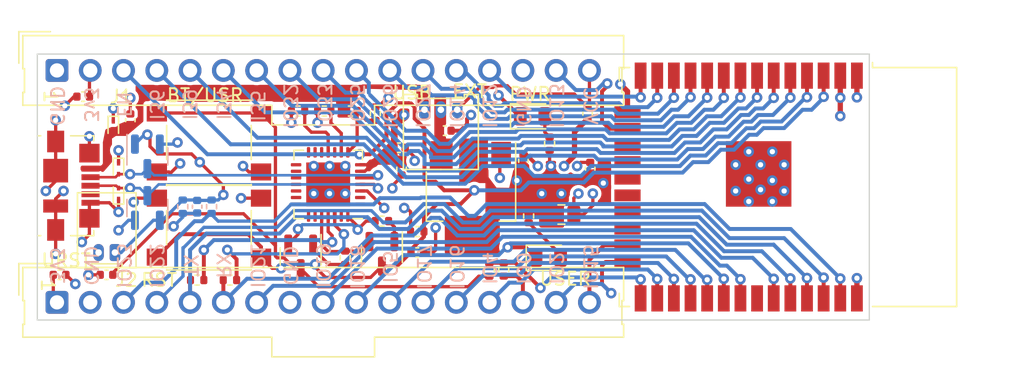
<source format=kicad_pcb>
(kicad_pcb (version 20211014) (generator pcbnew)
  (layers (0 "F.Cu" signal) (1 "In1.Cu" power) (2 "In2.Cu" power) (31 "B.Cu" signal) (34 "B.Paste" user) (35 "F.Paste" user) (36 "B.SilkS" user "B.Silkscreen") (37 "F.SilkS" user "F.Silkscreen") (38 "B.Mask" user) (39 "F.Mask" user) (44 "Edge.Cuts" user))
  (net 0 "")
  (net 1 "+3V3")
  (net 2 "GND")
  (net 3 "+5V")
  (net 4 "VCC")
  (net 5 "VBUS")
  (net 6 "Net-(C11-Pad1)")
  (net 7 "/EN")
  (net 8 "/IO0_BTN")
  (net 9 "/IO18")
  (net 10 "Net-(D1-Pad2)")
  (net 11 "Net-(D2-Pad2)")
  (net 12 "/USB_DP")
  (net 13 "/USB_DN")
  (net 14 "/I36")
  (net 15 "/I39")
  (net 16 "/I34")
  (net 17 "/I35")
  (net 18 "/IO32")
  (net 19 "/IO33")
  (net 20 "/IO25")
  (net 21 "/IO26")
  (net 22 "/IO27")
  (net 23 "/IO14")
  (net 24 "/IO12")
  (net 25 "/IO13")
  (net 27 "/IO23")
  (net 28 "/IO22")
  (net 29 "/TXD0")
  (net 30 "/RXD0")
  (net 31 "/IO21")
  (net 32 "/IO19")
  (net 33 "/IO5")
  (net 34 "/IO17")
  (net 35 "/IO16")
  (net 36 "/IO4")
  (net 37 "/IO0_CON")
  (net 38 "/IO2")
  (net 39 "/IO15")
  (net 40 "/RTS")
  (net 41 "Net-(Q3-Pad1)")
  (net 42 "/DTR")
  (net 43 "Net-(Q4-Pad1)")
  (net 44 "Net-(R3-Pad2)")
  (net 45 "Net-(R4-Pad2)")
  (net 46 "Net-(R6-Pad1)")
  (net 47 "/IO0")
  (net 48 "/RXD")
  (net 49 "/TXD")
  (footprint "Capacitor_SMD:C_0402_1005Metric" (layer "F.Cu") (at 182.9 65.3 180)
    (fp_text reference "C3" hide)
    (fp_text value "100nF")
  )
  (footprint "Capacitor_SMD:C_0402_1005Metric" (layer "F.Cu") (at 181.1 78.9)
    (fp_text reference "C10" hide)
    (fp_text value "100nF")
  )
  (footprint "Connector_Molex:Molex_SL_171971-0017_1x17_P2.54mm_Vertical" (layer "F.Cu") (at 180.9 63.3)
    (fp_text reference "J2" hide)
    (fp_text value "Conn_01x17")
  )
  (footprint "Diode_SMD:D_SOD-923" (layer "F.Cu") (at 185.6 72.7 90)
    (fp_text reference "D4" hide)
    (fp_text value "ESD9B5.0ST5G")
  )
  (footprint "Resistor_SMD:R_0402_1005Metric" (layer "F.Cu") (at 208.4 75.6 180)
    (fp_text reference "R13" hide)
    (fp_text value "10k")
  )
  (footprint "Connector_Molex:Molex_PicoBlade_53048-0210_1x02_P1.25mm_Horizontal" (layer "F.Cu") (at 185.325 77.2 180)
    (fp_text reference "J4" hide)
    (fp_text value "Conn_01x02")
  )
  (footprint "Capacitor_SMD:C_0402_1005Metric" (layer "F.Cu") (at 207 69.2)
    (fp_text reference "C2" hide)
    (fp_text value "100nF")
  )
  (footprint "Diode_SMD:D_SOD-923" (layer "F.Cu") (at 185.2 67.6 -90)
    (fp_text reference "D3" hide)
    (fp_text value "ESD9B5.0ST5G")
  )
  (footprint "Capacitor_SMD:C_0402_1005Metric" (layer "F.Cu") (at 221.6 70.8 90)
    (fp_text reference "C9" hide)
    (fp_text value "100nF")
  )
  (footprint "Resistor_SMD:R_0402_1005Metric" (layer "F.Cu") (at 194.1 79.3)
    (fp_text reference "R12" hide)
    (fp_text value "0R")
  )
  (footprint "Resistor_SMD:R_0402_1005Metric" (layer "F.Cu") (at 215 78.49 -90)
    (fp_text reference "R7" hide)
    (fp_text value "22R")
  )
  (footprint "Resistor_SMD:R_0402_1005Metric" (layer "F.Cu") (at 213.9 78.5 -90)
    (fp_text reference "R8" hide)
    (fp_text value "22R")
  )
  (footprint "Capacitor_SMD:C_0402_1005Metric" (layer "F.Cu") (at 208.4 77.2)
    (fp_text reference "C12" hide)
    (fp_text value "100nF")
  )
  (footprint "LED_SMD:LED_0805_2012Metric" (layer "F.Cu") (at 217.2 66.8)
    (fp_text reference "D2" hide)
    (fp_text value "Red")
  )
  (footprint "Connector_USB:USB_Micro-B_Molex_47346-0001" (layer "F.Cu") (at 182 72.1 -90)
    (fp_text reference "J3" hide)
    (fp_text value "USB_B_Micro")
  )
  (footprint "Resistor_SMD:R_0402_1005Metric" (layer "F.Cu") (at 191.6 79.3)
    (fp_text reference "R11" hide)
    (fp_text value "0R")
  )
  (footprint "Package_TO_SOT_SMD:SOT-23" (layer "F.Cu") (at 199.5 77.5 -90)
    (fp_text reference "Q4" hide)
    (fp_text value "S8050-G")
  )
  (footprint "Button_Switch_SMD:SW_Push_1P1T_NO_6x6mm_H9.5mm" (layer "F.Cu") (at 192.5 75.3)
    (fp_text reference "SW1" hide)
    (fp_text value "SW_Push")
  )
  (footprint "Resistor_SMD:R_0402_1005Metric" (layer "F.Cu") (at 218.5 68.89 -90)
    (fp_text reference "R2" hide)
    (fp_text value "5.1k")
  )
  (footprint "Capacitor_SMD:C_0805_2012Metric" (layer "F.Cu") (at 219.4 74.3)
    (fp_text reference "C8" hide)
    (fp_text value "22uF")
  )
  (footprint "Connector_Molex:Molex_PicoBlade_53048-0310_1x03_P1.25mm_Horizontal" (layer "F.Cu") (at 208.95 66.3)
    (fp_text reference "J1" hide)
    (fp_text value "Conn_01x03")
  )
  (footprint "Capacitor_SMD:C_0402_1005Metric" (layer "F.Cu") (at 184.68 78.9 180)
    (fp_text reference "C13" hide)
    (fp_text value "100nF")
  )
  (footprint "Resistor_SMD:R_0402_1005Metric" (layer "F.Cu") (at 203.3 66.4)
    (fp_text reference "R4" hide)
    (fp_text value "22.1k")
  )
  (footprint "Connector_Molex:Molex_SL_171971-0017_1x17_P2.54mm_Vertical" (layer "F.Cu") (at 180.9 81)
    (fp_text reference "J5" hide)
    (fp_text value "Conn_01x17")
  )
  (footprint "Capacitor_SMD:C_0402_1005Metric" (layer "F.Cu") (at 186.5 67.1 90)
    (fp_text reference "C7" hide)
    (fp_text value "100nF")
  )
  (footprint "LED_SMD:LED_0805_2012Metric" (layer "F.Cu") (at 218.4 77.6)
    (fp_text reference "D1" hide)
    (fp_text value "Red")
  )
  (footprint "RF_Module:ESP32-WROOM-32" (layer "F.Cu") (at 233.7 72.2 -90)
    (fp_text reference "U3" hide)
    (fp_text value "ESP32-WROOM-32")
  )
  (footprint "Resistor_SMD:R_0402_1005Metric" (layer "F.Cu") (at 205.7 74.8)
    (fp_text reference "R14" hide)
    (fp_text value "10k")
  )
  (footprint "Resistor_SMD:R_0402_1005Metric" (layer "F.Cu") (at 216.9 74.41 90)
    (fp_text reference "R1" hide)
    (fp_text value "560R")
  )
  (footprint "Resistor_SMD:R_0402_1005Metric" (layer "F.Cu") (at 205.2 66.6 90)
    (fp_text reference "R5" hide)
    (fp_text value "47.5k")
  )
  (footprint "Capacitor_SMD:C_0402_1005Metric" (layer "F.Cu") (at 216.5 70.2 90)
    (fp_text reference "C5" hide)
    (fp_text value "10uF")
  )
  (footprint "Button_Switch_SMD:SW_Push_1P1T_NO_6x6mm_H9.5mm" (layer "F.Cu") (at 192.5 68.8 180)
    (fp_text reference "SW2" hide)
    (fp_text value "SW_Push")
  )
  (footprint "Resistor_SMD:R_0402_1005Metric" (layer "F.Cu") (at 201.3 66.4)
    (fp_text reference "R3" hide)
    (fp_text value "1k")
  )
  (footprint "Package_DFN_QFN:QFN-28-1EP_5x5mm_P0.5mm_EP3.35x3.35mm" (layer "F.Cu") (at 201.6 72 180)
    (fp_text reference "U2" hide)
    (fp_text value "CP2102N-Axx-xQFN28")
  )
  (footprint "Resistor_SMD:R_0402_1005Metric" (layer "F.Cu") (at 199.3 66.4 180)
    (fp_text reference "R6" hide)
    (fp_text value "10k")
  )
  (footprint "Capacitor_SMD:C_0402_1005Metric" (layer "F.Cu") (at 207.2 70.8 -90)
    (fp_text reference "C1" hide)
    (fp_text value "4u7")
  )
  (footprint "Resistor_SMD:R_0402_1005Metric" (layer "F.Cu") (at 202.9 77.6 -90)
    (fp_text reference "R15" hide)
    (fp_text value "10k")
  )
  (footprint "Capacitor_SMD:C_0402_1005Metric" (layer "F.Cu") (at 210.5 67.9)
    (fp_text reference "C4" hide)
    (fp_text value "10uF")
  )
  (footprint "Capacitor_SMD:C_0402_1005Metric" (layer "F.Cu") (at 221.4 66.6 -90)
    (fp_text reference "C6" hide)
    (fp_text value "100nF")
  )
  (footprint "Package_TO_SOT_SMD:SOT-23" (layer "F.Cu") (at 205.7 77.3 -90)
    (fp_text reference "Q3" hide)
    (fp_text value "S8050-G")
  )
  (footprint "Diode_SMD:D_SOD-923" (layer "F.Cu") (at 185.6 70.8 -90)
    (fp_text reference "D5" hide)
    (fp_text value "ESD9B5.0ST5G")
  )
  (footprint "Package_TO_SOT_SMD:SOT-223-3_TabPin2" (layer "F.Cu") (at 212.5 72.9 -90)
    (fp_text reference "U1" hide)
    (fp_text value "AMS1117-3.3")
  )
  (footprint "Package_TO_SOT_SMD:SOT-23" (layer "B.Cu") (at 187.8 73.8 90)
    (fp_text reference "Q1" hide)
    (fp_text value "2N7002")
  )
  (footprint "Package_TO_SOT_SMD:SOT-23" (layer "B.Cu") (at 187.8 69.8625 -90)
    (fp_text reference "Q2" hide)
    (fp_text value "2N7002")
  )
  (footprint "Resistor_SMD:R_0402_1005Metric" (layer "B.Cu") (at 190.5 73.7 90)
    (fp_text reference "R10" hide)
    (fp_text value "10k")
  )
  (footprint "Capacitor_SMD:C_0402_1005Metric" (layer "B.Cu") (at 191.6 73.7 -90)
    (fp_text reference "C11" hide)
    (fp_text value "100nF")
  )
  (footprint "Resistor_SMD:R_0402_1005Metric" (layer "B.Cu") (at 192.7 73.7 -90)
    (fp_text reference "R9" hide)
    (fp_text value "1k")
  )
  (gr_line (start 242.9 62.05) (end 242.9 82.35) (layer "Edge.Cuts") (width 0.1))
  (gr_line (start 179.4 62.05) (end 242.9 62.05) (layer "Edge.Cuts") (width 0.1))
  (gr_line (start 242.9 82.35) (end 179.4 82.35) (layer "Edge.Cuts") (width 0.1))
  (gr_line (start 179.4 82.35) (end 179.4 62.05) (layer "Edge.Cuts") (width 0.1))
  (gr_text "IO5" (at 206.3 78.3 270) (layer "B.SilkS") (effects (font (size 1 1)) (justify mirror)))
  (gr_text "I35" (at 196.2 66 270) (layer "B.SilkS") (effects (font (size 1 1)) (justify mirror)))
  (gr_text "IO21" (at 196.2 78.2 270) (layer "B.SilkS") (effects (font (size 1 1)) (justify mirror)))
  (gr_text "IO27" (at 208.8 66 270) (layer "B.SilkS") (effects (font (size 1 1)) (justify mirror)))
  (gr_text "IO13" (at 219 66 270) (layer "B.SilkS") (effects (font (size 1 1)) (justify mirror)))
  (gr_text "GND" (at 198.7 78.2 270) (layer "B.SilkS") (effects (font (size 1 1)) (justify mirror)))
  (gr_text "IO19" (at 201.2 78.2 270) (layer "B.SilkS") (effects (font (size 1 1)) (justify mirror)))
  (gr_text "TX" (at 191.1 78.2 270) (layer "B.SilkS") (effects (font (size 1 1)) (justify mirror)))
  (gr_text "I36" (at 188.5 65.9 270) (layer "B.SilkS") (effects (font (size 1 1)) (justify mirror)))
  (gr_text "3v3" (at 183.5 65.9 270) (layer "B.SilkS") (effects (font (size 1 1)) (justify mirror)))
  (gr_text "GND" (at 216.5 66 270) (layer "B.SilkS") (effects (font (size 1 1)) (justify mirror)))
  (gr_text "EN" (at 186 65.9 270) (layer "B.SilkS") (effects (font (size 1 1)) (justify mirror)))
  (gr_text "3V3" (at 180.9 78.2 270) (layer "B.SilkS") (effects (font (size 1 1)) (justify mirror)))
  (gr_text "IO4" (at 213.9 78.4 270) (layer "B.SilkS") (effects (font (size 1 1)) (justify mirror)))
  (gr_text "IO23" (at 186 78.2 270) (layer "B.SilkS") (effects (font (size 1 1)) (justify mirror)))
  (gr_text "IO26" (at 206.3 66 270) (layer "B.SilkS") (effects (font (size 1 1)) (justify mirror)))
  (gr_text "RX" (at 193.6 78.2 270) (layer "B.SilkS") (effects (font (size 1 1)) (justify mirror)))
  (gr_text "IO25" (at 203.8 66 270) (layer "B.SilkS") (effects (font (size 1 1)) (justify mirror)))
  (gr_text "IO32" (at 198.7 66 270) (layer "B.SilkS") (effects (font (size 1 1)) (justify mirror)))
  (gr_text "IO22" (at 188.5 78.2 270) (layer "B.SilkS") (effects (font (size 1 1)) (justify mirror)))
  (gr_text "IO14" (at 211.4 66 270) (layer "B.SilkS") (effects (font (size 1 1)) (justify mirror)))
  (gr_text "IO12" (at 213.9 66 270) (layer "B.SilkS") (effects (font (size 1 1)) (justify mirror)))
  (gr_text "VCC" (at 221.6 66 270) (layer "B.SilkS") (effects (font (size 1 1)) (justify mirror)))
  (gr_text "I39" (at 191 65.9 270) (layer "B.SilkS") (effects (font (size 1 1)) (justify mirror)))
  (gr_text "IO2" (at 219 78.4 270) (layer "B.SilkS") (effects (font (size 1 1)) (justify mirror)))
  (gr_text "GND" (at 180.9 66 270) (layer "B.SilkS") (effects (font (size 1 1)) (justify mirror)))
  (gr_text "IO0" (at 216.5 78.4 270) (layer "B.SilkS") (effects (font (size 1 1)) (justify mirror)))
  (gr_text "IO18" (at 203.8 78.3 270) (layer "B.SilkS") (effects (font (size 1 1)) (justify mirror)))
  (gr_text "IO33" (at 201.3 66 270) (layer "B.SilkS") (effects (font (size 1 1)) (justify mirror)))
  (gr_text "IO16" (at 211.4 78.3 270) (layer "B.SilkS") (effects (font (size 1 1)) (justify mirror)))
  (gr_text "IO17" (at 208.9 78.3 270) (layer "B.SilkS") (effects (font (size 1 1)) (justify mirror)))
  (gr_text "I34" (at 193.6 65.9 270) (layer "B.SilkS") (effects (font (size 1 1)) (justify mirror)))
  (gr_text "IO15" (at 221.6 78.3 270) (layer "B.SilkS") (effects (font (size 1 1)) (justify mirror)))
  (gr_text "GND" (at 183.5 78.2 270) (layer "B.SilkS") (effects (font (size 1 1)) (justify mirror)))
  (gr_text "USB" (at 208 65) (layer "F.SilkS") (effects (font (size 1 1))))
  (gr_text "URST" (at 181.6 77.8) (layer "F.SilkS") (effects (font (size 1 1))))
  (gr_text "J2" (at 186.2 79.3) (layer "F.SilkS") (effects (font (size 1 1))))
  (gr_text "EXT" (at 212.4 64.9) (layer "F.SilkS") (effects (font (size 1 1))))
  (gr_text "J1" (at 185.8 65.3) (layer "F.SilkS") (effects (font (size 1 1))))
  (gr_text "RST" (at 188.7 79.3) (layer "F.SilkS") (effects (font (size 1 1))))
  (gr_text "1" (at 180.2 79.7 270) (layer "F.SilkS") (effects (font (size 1 1))))
  (gr_text "USER" (at 219.7 79.2) (layer "F.SilkS") (effects (font (size 1 1))))
  (gr_text "1" (at 180.4 65.3 270) (layer "F.SilkS") (effects (font (size 1 1))))
  (gr_text "BT/USR" (at 192.2 65.2) (layer "F.SilkS") (effects (font (size 1 1))))
  (gr_text "PWR" (at 217 65.1) (layer "F.SilkS") (effects (font (size 1 1))))
  (segment (start 207.2 70.32) (end 206.52 69.64) (width 0.25) (layer "F.Cu") (net 1))
  (segment (start 183.38 63.36) (end 183.44 63.3) (width 0.25) (layer "F.Cu") (net 1))
  (segment (start 214.3 73.9) (end 214.2 74) (width 0.25) (layer "F.Cu") (net 1))
  (segment (start 212.5 70.6) (end 212.5 69.75) (width 0.25) (layer "F.Cu") (net 1))
  (segment (start 214.2 72.3) (end 212.5 70.6) (width 0.25) (layer "F.Cu") (net 1))
  (segment (start 217.3 74.3) (end 216.9 73.9) (width 0.25) (layer "F.Cu") (net 1))
  (segment (start 205.22 70.5) (end 205.36 70.36) (width 0.25) (layer "F.Cu") (net 1))
  (segment (start 205.36 70.36) (end 206.52 69.2) (width 0.25) (layer "F.Cu") (net 1))
  (segment (start 218.5 70.5) (end 218.6 70.6) (width 0.25) (layer "F.Cu") (net 1))
  (segment (start 218.45 74.3) (end 219.4 73.35) (width 0.25) (layer "F.Cu") (net 1))
  (segment (start 240.685 65.385) (end 240.685 66.785) (width 0.4) (layer "F.Cu") (net 1))
  (segment (start 206.52 69.64) (end 206.52 69.2) (width 0.25) (layer "F.Cu") (net 1))
  (segment (start 200.79 66.4) (end 200.79 67.29) (width 0.25) (layer "F.Cu") (net 1))
  (segment (start 240.685 65.385) (end 240.685 63.7) (width 0.4) (layer "F.Cu") (net 1))
  (segment (start 217 72.7) (end 216 71.7) (width 0.25) (layer "F.Cu") (net 1))
  (segment (start 206.52 67.38) (end 207.2 66.7) (width 0.25) (layer "F.Cu") (net 1))
  (segment (start 207.6 73.8) (end 207.4 73.8) (width 0.25) (layer "F.Cu") (net 1))
  (segment (start 217.1 73.9) (end 217.9 73.1) (width 0.25) (layer "F.Cu") (net 1))
  (segment (start 212.3 70.4) (end 212.3 69.75) (width 0.25) (layer "F.Cu") (net 1))
  (segment (start 180.62 80.72) (end 180.9 81) (width 0.25) (layer "F.Cu") (net 1))
  (segment (start 207.89 74.09) (end 207.6 73.8) (width 0.25) (layer "F.Cu") (net 1))
  (segment (start 218.5 69.4) (end 218.5 70.5) (width 0.25) (layer "F.Cu") (net 1))
  (segment (start 180.62 78.9) (end 180.62 80.72) (width 0.25) (layer "F.Cu") (net 1))
  (segment (start 212.3 76.05) (end 214.2 74.15) (width 0.25) (layer "F.Cu") (net 1))
  (segment (start 214.2 74.15) (end 214.2 74) (width 0.25) (layer "F.Cu") (net 1))
  (segment (start 216.9 73.9) (end 217.1 73.9) (width 0.25) (layer "F.Cu") (net 1))
  (segment (start 218.5 70.8) (end 218.6 70.9) (width 0.25) (layer "F.Cu") (net 1))
  (segment (start 219.4 73.35) (end 219.4 72.7) (width 0.25) (layer "F.Cu") (net 1))
  (segment (start 216.5 71.2) (end 216 71.7) (width 0.25) (layer "F.Cu") (net 1))
  (segment (start 207.2 70.32) (end 205.4 70.32) (width 0.25) (layer "F.Cu") (net 1))
  (segment (start 206.52 69.2) (end 206.52 67.38) (width 0.25) (layer "F.Cu") (net 1))
  (segment (start 221.6 71.28) (end 222.08 71.28) (width 0.25) (layer "F.Cu") (net 1))
  (segment (start 204.05 70.5) (end 204.9 70.5) (width 0.25) (layer "F.Cu") (net 1))
  (segment (start 216.5 70.68) (end 216.5 71.2) (width 0.25) (layer "F.Cu") (net 1))
  (segment (start 205.4 70.32) (end 205.36 70.36) (width 0.25) (layer "F.Cu") (net 1))
  (segment (start 204.4 71) (end 204.9 70.5) (width 0.25) (layer "F.Cu") (net 1))
  (segment (start 207.2 66.7) (end 207.4 66.7) (width 0.25) (layer "F.Cu") (net 1))
  (segment (start 222.08 71.28) (end 222.6 71.8) (width 0.25) (layer "F.Cu") (net 1))
  (segment (start 214.2 74) (end 214.2 72.3) (width 0.25) (layer "F.Cu") (net 1))
  (segment (start 217.9 73.1) (end 217.9 72.7) (width 0.25) (layer "F.Cu") (net 1))
  (segment (start 183.38 65.3) (end 183.38 63.36) (width 0.25) (layer "F.Cu") (net 1))
  (segment (start 204.05 71) (end 204.4 71) (width 0.25) (layer "F.Cu") (net 1))
  (segment (start 219.4 72.7) (end 217.9 72.7) (width 0.25) (layer "F.Cu") (net 1))
  (segment (start 204.9 70.5) (end 205.22 70.5) (width 0.25) (layer "F.Cu") (net 1))
  (segment (start 207.89 75.6) (end 207.89 74.09) (width 0.25) (layer "F.Cu") (net 1))
  (segment (start 218.45 74.3) (end 217.3 74.3) (width 0.25) (layer "F.Cu") (net 1))
  (segment (start 222.6 71.8) (end 222.6 71.9) (width 0.25) (layer "F.Cu") (net 1))
  (segment (start 216.9 73.9) (end 214.3 73.9) (width 0.25) (layer "F.Cu") (net 1))
  (segment (start 217.9 72.7) (end 217 72.7) (width 0.25) (layer "F.Cu") (net 1))
  (via (at 240.685 65.385) (size 0.8) (drill 0.4) (layers "F.Cu" "B.Cu") (net 1))
  (via (at 207.4 73.8) (size 0.8) (drill 0.4) (layers "F.Cu" "B.Cu") (net 1))
  (via (at 207.4 66.7) (size 0.8) (drill 0.4) (layers "F.Cu" "B.Cu") (net 1))
  (via (at 216 71.7) (size 0.8) (drill 0.4) (layers "F.Cu" "B.Cu") (net 1))
  (via (at 200.79 67.29) (size 0.8) (drill 0.4) (layers "F.Cu" "B.Cu") (net 1))
  (via (at 217.9 72.7) (size 0.8) (drill 0.4) (layers "F.Cu" "B.Cu") (net 1))
  (via (at 218.6 70.6) (size 0.8) (drill 0.4) (layers "F.Cu" "B.Cu") (net 1))
  (via (at 219.4 72.7) (size 0.8) (drill 0.4) (layers "F.Cu" "B.Cu") (net 1))
  (via (at 222.6 71.9) (size 0.8) (drill 0.4) (layers "F.Cu" "B.Cu") (net 1))
  (via (at 240.685 66.785) (size 0.8) (drill 0.4) (layers "F.Cu" "B.Cu") (net 1))
  (segment (start 208.2 69.92) (end 207.48 69.2) (width 0.25) (layer "F.Cu") (net 2))
  (segment (start 220.35 73.05) (end 220.7 72.7) (width 0.25) (layer "F.Cu") (net 2))
  (segment (start 198.79 66.4) (end 198.79 67.29) (width 0.25) (layer "F.Cu") (net 2))
  (segment (start 180.8 70.95) (end 180.8 68.725) (width 0.25) (layer "F.Cu") (net 2))
  (segment (start 205.41 66.09) (end 206.1 65.4) (width 0.25) (layer "F.Cu") (net 2))
  (segment (start 189.6 71.1) (end 190.3 70.4) (width 0.25) (layer "F.Cu") (net 2))
  (segment (start 183.375 74.5875) (end 183.375 75.825) (width 0.25) (layer "F.Cu") (net 2))
  (segment (start 180.8 71.75) (end 180.05 72.5) (width 0.25) (layer "F.Cu") (net 2))
  (segment (start 183.375 74.5875) (end 183.375 73.485) (width 0.25) (layer "F.Cu") (net 2))
  (segment (start 182.2 65.3) (end 181.5 66) (width 0.25) (layer "F.Cu") (net 2))
  (segment (start 208.88 77.2) (end 209.6 77.2) (width 0.25) (layer "F.Cu") (net 2))
  (segment (start 220.35 74.3) (end 221.1 74.3) (width 0.25) (layer "F.Cu") (net 2))
  (segment (start 210.98 67.9) (end 211.7 67.9) (width 0.3) (layer "F.Cu") (net 2))
  (segment (start 216.72 69.72) (end 217.6 70.6) (width 0.3) (layer "F.Cu") (net 2))
  (segment (start 189.5 71.1) (end 189.6 71.1) (width 0.25) (layer "F.Cu") (net 2))
  (segment (start 181.6 78.9) (end 182.3 79.6) (width 0.25) (layer "F.Cu") (net 2))
  (segment (start 220.35 74.3) (end 220.35 73.05) (width 0.25) (layer "F.Cu") (net 2))
  (segment (start 211.7 67.9) (end 212.2 67.4) (width 0.3) (layer "F.Cu") (net 2))
  (segment (start 209.8 77) (end 209.8 75.3) (width 0.25) (layer "F.Cu") (net 2))
  (segment (start 183.375 73.485) (end 183.46 73.4) (width 0.25) (layer "F.Cu") (net 2))
  (segment (start 207.2 71.28) (end 207.2 71.4) (width 0.25) (layer "F.Cu") (net 2))
  (segment (start 204.575386 72.5) (end 205.875386 73.8) (width 0.25) (layer "F.Cu") (net 2))
  (segment (start 188.525 71.05) (end 189.45 71.05) (width 0.25) (layer "F.Cu") (net 2))
  (segment (start 210.98 67.9) (end 210.98 67.82) (width 0.3) (layer "F.Cu") (net 2))
  (segment (start 224.445 64.895) (end 223.9 64.35) (width 0.4) (layer "F.Cu") (net 2))
  (segment (start 184.2 78.9) (end 183.3 78.9) (width 0.25) (layer "F.Cu") (net 2))
  (segment (start 185.2 67.18) (end 185.2 66.2) (width 0.25) (layer "F.Cu") (net 2))
  (segment (start 196.475 73.05) (end 194.95 73.05) (width 0.25) (layer "F.Cu") (net 2))
  (segment (start 185.6 70.38) (end 185.6 69.4) (width 0.25) (layer "F.Cu") (net 2))
  (segment (start 216.5 69.72) (end 216.72 69.72) (width 0.3) (layer "F.Cu") (net 2))
  (segment (start 207.2 71.4) (end 206.5 72.1) (width 0.25) (layer "F.Cu") (net 2))
  (segment (start 221.1 74.3) (end 221.8 73.6) (width 0.25) (layer "F.Cu") (net 2))
  (segment (start 214.7 69.85) (end 214.8 69.75) (width 0.25) (layer "F.Cu") (net 2))
  (segment (start 195.55 71.05) (end 195.1 70.6) (width 0.25) (layer "F.Cu") (net 2))
  (segment (start 206.1 65.4) (end 206.2 65.4) (width 0.25) (layer "F.Cu") (net 2))
  (segment (start 219.6 70.6) (end 220.4 69.8) (width 0.4) (layer "F.Cu") (net 2))
  (segment (start 183.375 69.6125) (end 183.375 68.325) (width 0.25) (layer "F.Cu") (net 2))
  (segment (start 212.2 67.4) (end 212.2 67) (width 0.3) (layer "F.Cu") (net 2))
  (segment (start 220.4 68) (end 221.32 67.08) (width 0.4) (layer "F.Cu") (net 2))
  (segment (start 188.525 73.05) (end 187.05 73.05) (width 0.25) (layer "F.Cu") (net 2))
  (segment (start 183.375 75.825) (end 182.8 76.4) (width 0.25) (layer "F.Cu") (net 2))
  (segment (start 208.2 70.2) (end 208.2 69.92) (width 0.25) (layer "F.Cu") (net 2))
  (segment (start 187.05 73.05) (end 186.75 73.35) (width 0.25) (layer "F.Cu") (net 2))
  (segment (start 205.3 65.99) (end 205.31 65.99) (width 0.25) (layer "F.Cu") (net 2))
  (segment (start 241.955 80.7) (end 241.955 79.155) (width 0.4) (layer "F.Cu") (net 2))
  (segment (start 214.6 71.4) (end 214.7 71.5) (width 0.25) (layer "F.Cu") (net 2))
  (segment (start 214.7 71.5) (end 214.7 69.85) (width 0.25) (layer "F.Cu") (net 2))
  (segment (start 241.955 65.355) (end 241.955 63.7) (width 0.4) (layer "F.Cu") (net 2))
  (segment (start 206.5 72.1) (end 206.5 72.3) (width 0.25) (layer "F.Cu") (net 2))
  (segment (start 180.8 68.725) (end 180.8 67.1) (width 0.25) (layer "F.Cu") (net 2))
  (segment (start 209.6 77.2) (end 209.8 77) (width 0.25) (layer "F.Cu") (net 2))
  (segment (start 180.8 75.475) (end 180.8 73.65) (width 0.25) (layer "F.Cu") (net 2))
  (segment (start 181.58 78.9) (end 181.6 78.9) (width 0.25) (layer "F.Cu") (net 2))
  (segment (start 224.445 66.485) (end 224.445 64.895) (width 0.4) (layer "F.Cu") (net 2))
  (segment (start 180.8 75.475) (end 180.8 77.3) (width 0.25) (layer "F.Cu") (net 2))
  (segment (start 180.05 72.45) (end 180 72.5) (width 0.25) (layer "F.Cu") (net 2))
  (segment (start 185.6 73.12) (end 185.6 74.1) (width 0.25) (layer "F.Cu") (net 2))
  (segment (start 216.2 66.8) (end 214.6 65.2) (width 0.3) (layer "F.Cu") (net 2))
  (segment (start 189.45 71.05) (end 189.5 71.1) (width 0.25) (layer "F.Cu") (net 2))
  (segment (start 180.8 73.1) (end 181.4 72.5) (width 0.25) (layer "F.Cu") (net 2))
  (segment (start 221.8 73.6) (end 221.8 72.7) (width 0.25) (layer "F.Cu") (net 2))
  (segment (start 216.2625 66.8) (end 216.2 66.8) (width 0.3) (layer "F.Cu") (net 2))
  (segment (start 186.75 73.35) (end 186.7 73.4) (width 0.25) (layer "F.Cu") (net 2))
  (segment (start 220.88 70.32) (end 220.6 70.6) (width 0.25) (layer "F.Cu") (net 2))
  (segment (start 205.2 66.09) (end 205.41 66.09) (width 0.25) (layer "F.Cu") (net 2))
  (segment (start 180.8 70.95) (end 180.8 71.75) (width 0.25) (layer "F.Cu") (net 2))
  (segment (start 186.5 66.62) (end 186.5 65.4) (width 0.25) (layer "F.Cu") (net 2))
  (segment (start 223.95 64.35) (end 223.9 64.3) (width 0.25) (layer "F.Cu") (net 2))
  (segment (start 220.4 69.8) (end 220.4 68) (width 0.4) (layer "F.Cu") (net 2))
  (segment (start 196.475 71.05) (end 195.55 71.05) (width 0.25) (layer "F.Cu") (net 2))
  (segment (start 184.9 73.4) (end 185.6 74.1) (width 0.25) (layer "F.Cu") (net 2))
  (segment (start 204.05 72.5) (end 204.575386 72.5) (width 0.25) (layer "F.Cu") (net 2))
  (segment (start 221.32 67.08) (end 221.4 67.08) (width 0.4) (layer "F.Cu") (net 2))
  (segment (start 182.42 65.3) (end 182.2 65.3) (width 0.25) (layer "F.Cu") (net 2))
  (segment (start 212.2 67) (end 212.5 66.7) (width 0.3) (layer "F.Cu") (net 2))
  (segment (start 180.8 73.65) (end 180.8 73.1) (width 0.25) (layer "F.Cu") (net 2))
  (segment (start 221.6 70.32) (end 220.88 70.32) (width 0.25) (layer "F.Cu") (net 2))
  (segment (start 183.46 73.4) (end 184.9 73.4) (width 0.25) (layer "F.Cu") (net 2))
  (via (at 195.1 70.6) (size 0.8) (drill 0.4) (layers "F.Cu" "B.Cu") (net 2))
  (via (at 221.8 72.7) (size 0.8) (drill 0.4) (layers "F.Cu" "B.Cu") (net 2))
  (via (at 236.4 70.5) (size 0.8) (drill 0.4) (layers "F.Cu" "B.Cu") (net 2))
  (via (at 200.5 70.6) (size 0.8) (drill 0.4) (layers "F.Cu" "B.Cu") (net 2))
  (via (at 236.4 72.5) (size 0.8) (drill 0.4) (layers "F.Cu" "B.Cu") (net 2))
  (via (at 186.5 65.4) (size 0.8) (drill 0.4) (layers "F.Cu" "B.Cu") (net 2))
  (via (at 181.4 72.5) (size 0.8) (drill 0.4) (layers "F.Cu" "B.Cu") (net 2))
  (via (at 235.5 69.5) (size 0.8) (drill 0.4) (layers "F.Cu" "B.Cu") (net 2))
  (via (at 214.6 65.2) (size 0.8) (drill 0.4) (layers "F.Cu" "B.Cu") (net 2))
  (via (at 205.875386 73.8) (size 0.8) (drill 0.4) (layers "F.Cu" "B.Cu") (net 2))
  (via (at 206.5 72.3) (size 0.8) (drill 0.4) (layers "F.Cu" "B.Cu") (net 2))
  (via (at 183.3 78.9) (size 0.8) (drill 0.4) (layers "F.Cu" "B.Cu") (net 2))
  (via (at 183.375 68.325) (size 0.8) (drill 0.4) (layers "F.Cu" "B.Cu") (net 2))
  (via (at 219.6 70.6) (size 0.8) (drill 0.4) (layers "F.Cu" "B.Cu") (net 2))
  (via (at 233.7 73.3) (size 0.8) (drill 0.4) (layers "F.Cu" "B.Cu") (net 2))
  (via (at 201.7 70.6) (size 0.8) (drill 0.4) (layers "F.Cu" "B.Cu") (net 2))
  (via (at 180.05 72.5) (size 0.8) (drill 0.4) (layers "F.Cu" "B.Cu") (net 2))
  (via (at 208.2 70.2) (size 0.8) (drill 0.4) (layers "F.Cu" "B.Cu") (net 2))
  (via (at 241.955 65.355) (size 0.8) (drill 0.4) (layers "F.Cu" "B.Cu") (net 2))
  (via (at 181.5 66) (size 0.8) (drill 0.4) (layers "F.Cu" "B.Cu") (net 2))
  (via (at 202.9 70.6) (size 0.8) (drill 0.4) (layers "F.Cu" "B.Cu") (net 2))
  (via (at 185.2 66.2) (size 0.8) (drill 0.4) (layers "F.Cu" "B.Cu") (net 2))
  (via (at 198.79 67.29) (size 0.8) (drill 0.4) (layers "F.Cu" "B.Cu") (net 2))
  (via (at 182.3 79.6) (size 0.8) (drill 0.4) (layers "F.Cu" "B.Cu") (net 2))
  (via (at 220.6 70.6) (size 0.8) (drill 0.4) (layers "F.Cu" "B.Cu") (net 2))
  (via (at 212.5 66.7) (size 0.8) (drill 0.4) (layers "F.Cu" "B.Cu") (net 2))
  (via (at 233.7 71.6) (size 0.8) (drill 0.4) (layers "F.Cu" "B.Cu") (net 2))
  (via (at 241.955 79.155) (size 0.8) (drill 0.4) (layers "F.Cu" "B.Cu") (net 2))
  (via (at 201.7 72.7) (size 0.8) (drill 0.4) (layers "F.Cu" "B.Cu") (net 2))
  (via (at 233.7 69.5) (size 0.8) (drill 0.4) (layers "F.Cu" "B.Cu") (net 2))
  (via (at 234.6 70.5) (size 0.8) (drill 0.4) (layers "F.Cu" "B.Cu") (net 2))
  (via (at 185.6 69.4) (size 0.8) (drill 0.4) (layers "F.Cu" "B.Cu") (net 2))
  (via (at 217.6 70.6) (size 0.8) (drill 0.4) (layers "F.Cu" "B.Cu") (net 2))
  (via (at 235.5 71.7) (size 0.8) (drill 0.4) (layers "F.Cu" "B.Cu") (net 2))
  (via (at 209.8 75.3) (size 0.8) (drill 0.4) (layers "F.Cu" "B.Cu") (net 2))
  (via (at 200.5 72.7) (size 0.8) (drill 0.4) (layers "F.Cu" "B.Cu") (net 2))
  (via (at 180.8 67.1) (size 0.8) (drill 0.4) (layers "F.Cu" "B.Cu") (net 2))
  (via (at 182.8 76.4) (size 0.8) (drill 0.4) (layers "F.Cu" "B.Cu") (net 2))
  (via (at 202.9 72.7) (size 0.8) (drill 0.4) (layers "F.Cu" "B.Cu") (net 2))
  (via (at 180.8 77.3) (size 0.8) (drill 0.4) (layers "F.Cu" "B.Cu") (net 2))
  (via (at 189.8 75.2) (size 0.8) (drill 0.4) (layers "F.Cu" "B.Cu") (net 2))
  (via (at 190.1 68.8) (size 0.8) (drill 0.4) (layers "F.Cu" "B.Cu") (net 2))
  (via (at 185.6 74.1) (size 0.8) (drill 0.4) (layers "F.Cu" "B.Cu") (net 2))
  (via (at 190.3 70.4) (size 0.8) (drill 0.4) (layers "F.Cu" "B.Cu") (net 2))
  (via (at 185.6 75.5) (size 0.8) (drill 0.4) (layers "F.Cu" "B.Cu") (net 2))
  (via (at 186.75 73.35) (size 0.8) (drill 0.4) (layers "F.Cu" "B.Cu") (net 2))
  (via (at 223.9 64.35) (size 0.8) (drill 0.4) (layers "F.Cu" "B.Cu") (net 2))
  (via (at 214.7 71.5) (size 0.8) (drill 0.4) (layers "F.Cu" "B.Cu") (net 2))
  (via (at 206.2 65.4) (size 0.8) (drill 0.4) (layers "F.Cu" "B.Cu") (net 2))
  (via (at 220.7 72.7) (size 0.8) (drill 0.4) (layers "F.Cu" "B.Cu") (net 2))
  (via (at 194.95 73.05) (size 0.8) (drill 0.4) (layers "F.Cu" "B.Cu") (net 2))
  (via (at 234.6 72.4) (size 0.8) (drill 0.4) (layers "F.Cu" "B.Cu") (net 2))
  (via (at 235.5 73.3) (size 0.8) (drill 0.4) (layers "F.Cu" "B.Cu") (net 2))
  (via (at 232.7 72.5) (size 0.8) (drill 0.4) (layers "F.Cu" "B.Cu") (net 2))
  (via (at 232.7 70.5) (size 0.8) (drill 0.4) (layers "F.Cu" "B.Cu") (net 2))
  (segment (start 186.85 74.7375) (end 186.3625 74.7375) (width 0.25) (layer "B.Cu") (net 2))
  (segment (start 190.5 74.5) (end 189.8 75.2) (width 0.25) (layer "B.Cu") (net 2))
  (segment (start 186.3625 74.7375) (end 185.6 75.5) (width 0.25) (layer "B.Cu") (net 2))
  (segment (start 191.57 74.21) (end 191.6 74.18) (width 0.25) (layer "B.Cu") (net 2))
  (segment (start 190.5 74.21) (end 191.57 74.21) (width 0.25) (layer "B.Cu") (net 2))
  (segment (start 190.5 74.21) (end 190.5 74.5) (width 0.25) (layer "B.Cu") (net 2))
  (segment (start 189.975 68.925) (end 190.1 68.8) (width 0.25) (layer "B.Cu") (net 2))
  (segment (start 188.75 68.925) (end 189.975 68.925) (width 0.25) (layer "B.Cu") (net 2))
  (segment (start 210.02 66.48) (end 210.2 66.3) (width 0.25) (layer "F.Cu") (net 3))
  (segment (start 210.02 69.73) (end 210 69.75) (width 0.25) (layer "F.Cu") (net 3))
  (segment (start 210.02 67.9) (end 209.9 67.9) (width 0.25) (layer "F.Cu") (net 3))
  (segment (start 210.2 68.08) (end 210.02 67.9) (width 0.25) (layer "F.Cu") (net 3))
  (segment (start 210.02 67.9) (end 210.02 66.48) (width 0.25) (layer "F.Cu") (net 3))
  (segment (start 210.2 69.75) (end 210.2 68.08) (width 0.25) (layer "F.Cu") (net 3))
  (segment (start 220.38 65.1) (end 221.4 66.12) (width 0.25) (layer "F.Cu") (net 4))
  (segment (start 214.299897 64.475489) (end 215.275489 64.475489) (width 0.25) (layer "F.Cu") (net 4))
  (segment (start 215.275489 64.475489) (end 215.9 65.1) (width 0.25) (layer "F.Cu") (net 4))
  (segment (start 211.45 66.3) (end 211.6 66.3) (width 0.25) (layer "F.Cu") (net 4))
  (segment (start 213.15 64.6) (end 214.175386 64.6) (width 0.25) (layer "F.Cu") (net 4))
  (segment (start 221.54 65.98) (end 221.54 63.3) (width 0.25) (layer "F.Cu") (net 4))
  (segment (start 215.9 65.1) (end 220.38 65.1) (width 0.25) (layer "F.Cu") (net 4))
  (segment (start 214.175386 64.6) (end 214.299897 64.475489) (width 0.25) (layer "F.Cu") (net 4))
  (segment (start 221.4 66.12) (end 221.54 65.98) (width 0.25) (layer "F.Cu") (net 4))
  (segment (start 211.45 66.3) (end 213.15 64.6) (width 0.25) (layer "F.Cu") (net 4))
  (segment (start 208.294511 64.494511) (end 208.95 65.15) (width 0.25) (layer "F.Cu") (net 5))
  (segment (start 208.95 65.15) (end 208.95 66.3) (width 0.25) (layer "F.Cu") (net 5))
  (segment (start 186.50693 67.58) (end 187.3 66.78693) (width 0.25) (layer "F.Cu") (net 5))
  (segment (start 188.2 64.9) (end 201.8 64.9) (width 0.25) (layer "F.Cu") (net 5))
  (segment (start 202.79 65.89) (end 202.79 66.4) (width 0.25) (layer "F.Cu") (net 5))
  (segment (start 184.8 68.42) (end 185.2 68.02) (width 0.25) (layer "F.Cu") (net 5))
  (segment (start 184.3 70.8) (end 184.8 70.3) (width 0.25) (layer "F.Cu") (net 5))
  (segment (start 202.79 66.4) (end 202.79 65.959295) (width 0.25) (layer "F.Cu") (net 5))
  (segment (start 186.5 67.58) (end 186.50693 67.58) (width 0.25) (layer "F.Cu") (net 5))
  (segment (start 202.79 65.959295) (end 204.254784 64.494511) (width 0.25) (layer "F.Cu") (net 5))
  (segment (start 187.3 65.8) (end 188.2 64.9) (width 0.25) (layer "F.Cu") (net 5))
  (segment (start 186.06 68.02) (end 186.5 67.58) (width 0.25) (layer "F.Cu") (net 5))
  (segment (start 184.8 70.3) (end 184.8 68.42) (width 0.25) (layer "F.Cu") (net 5))
  (segment (start 187.3 66.78693) (end 187.3 65.8) (width 0.25) (layer "F.Cu") (net 5))
  (segment (start 201.8 64.9) (end 202.79 65.89) (width 0.25) (layer "F.Cu") (net 5))
  (segment (start 185.2 68.02) (end 186.06 68.02) (width 0.25) (layer "F.Cu") (net 5))
  (segment (start 204.254784 64.494511) (end 208.294511 64.494511) (width 0.25) (layer "F.Cu") (net 5))
  (segment (start 183.46 70.8) (end 184.3 70.8) (width 0.25) (layer "F.Cu") (net 5))
  (segment (start 188 68.4) (end 187.8 68.2) (width 0.25) (layer "F.Cu") (net 6))
  (segment (start 193.6 72.1) (end 191.8 70.3) (width 0.25) (layer "F.Cu") (net 6))
  (segment (start 188.575489 69.675489) (end 188 69.1) (width 0.25) (layer "F.Cu") (net 6))
  (segment (start 191.175489 69.675489) (end 188.575489 69.675489) (width 0.25) (layer "F.Cu") (net 6))
  (segment (start 191.8 70.3) (end 191.175489 69.675489) (width 0.25) (layer "F.Cu") (net 6))
  (segment (start 193.6 72.8) (end 193.6 72.1) (width 0.25) (layer "F.Cu") (net 6))
  (segment (start 188 69.1) (end 188 68.4) (width 0.25) (layer "F.Cu") (net 6))
  (via (at 187.8 68.2) (size 0.8) (drill 0.4) (layers "F.Cu" "B.Cu") (net 6))
  (via (at 191.8 70.3) (size 0.8) (drill 0.4) (layers "F.Cu" "B.Cu") (net 6))
  (via (at 193.6 72.8) (size 0.8) (drill 0.4) (layers "F.Cu" "B.Cu") (net 6))
  (segment (start 185.325 77.2) (end 185.796072 77.2) (width 0.25) (layer "B.Cu") (net 6))
  (segment (start 187.8 68.2) (end 187.575 68.2) (width 0.25) (layer "B.Cu") (net 6))
  (segment (start 192.67 73.22) (end 192.7 73.19) (width 0.25) (layer "B.Cu") (net 6))
  (segment (start 193.21 73.19) (end 193.6 72.8) (width 0.25) (layer "B.Cu") (net 6))
  (segment (start 191.57 73.19) (end 191.6 73.22) (width 0.25) (layer "B.Cu") (net 6))
  (segment (start 185.796072 77.2) (end 188.258572 74.7375) (width 0.25) (layer "B.Cu") (net 6))
  (segment (start 188.9525 74.7375) (end 190.5 73.19) (width 0.25) (layer "B.Cu") (net 6))
  (segment (start 192.7 73.19) (end 193.21 73.19) (width 0.25) (layer "B.Cu") (net 6))
  (segment (start 188.258572 74.7375) (end 188.75 74.7375) (width 0.25) (layer "B.Cu") (net 6))
  (segment (start 191.6 73.22) (end 192.67 73.22) (width 0.25) (layer "B.Cu") (net 6))
  (segment (start 187.575 68.2) (end 186.85 68.925) (width 0.25) (layer "B.Cu") (net 6))
  (segment (start 188.75 74.7375) (end 188.9525 74.7375) (width 0.25) (layer "B.Cu") (net 6))
  (segment (start 190.5 73.19) (end 191.57 73.19) (width 0.25) (layer "B.Cu") (net 6))
  (segment (start 195.5 75.8) (end 190.275 75.8) (width 0.3) (layer "F.Cu") (net 7))
  (segment (start 205.7 78.2375) (end 204.8375 79.1) (width 0.25) (layer "F.Cu") (net 7))
  (segment (start 207.92 76.98) (end 208.91 75.99) (width 0.3) (layer "F.Cu") (net 7))
  (segment (start 196.475 77.875) (end 196.475 77.55) (width 0.3) (layer "F.Cu") (net 7))
  (segment (start 209.9 73.5) (end 208.91 74.49) (width 0.3) (layer "F.Cu") (net 7))
  (segment (start 207.75997 65.8) (end 206.928928 65.8) (width 0.3) (layer "F.Cu") (net 7))
  (segment (start 204.8375 79.1) (end 201.4 79.1) (width 0.25) (layer "F.Cu") (net 7))
  (segment (start 212.750489 72.449511) (end 211.7 73.5) (width 0.3) (layer "F.Cu") (net 7))
  (segment (start 208.91 74.49) (end 208.91 75.6) (width 0.3) (layer "F.Cu") (net 7))
  (segment (start 207.920495 65.820015) (end 207.779985 65.820015) (width 0.3) (layer "F.Cu") (net 7))
  (segment (start 239.415 63.7) (end 239.415 65.315) (width 0.3) (layer "F.Cu") (net 7))
  (segment (start 196.475 77.55) (end 196.475 76.775) (width 0.3) (layer "F.Cu") (net 7))
  (segment (start 207.92 77.2) (end 207.92 76.98) (width 0.3) (layer "F.Cu") (net 7))
  (segment (start 200.6 78.3) (end 200.6 78.1) (width 0.25) (layer "F.Cu") (net 7))
  (segment (start 207.779985 65.820015) (end 207.75997 65.8) (width 0.3) (layer "F.Cu") (net 7))
  (segment (start 206.8825 78.2375) (end 207.92 77.2) (width 0.25) (layer "F.Cu") (net 7))
  (segment (start 208.20048 66.977618) (end 208.20048 66.1) (width 0.3) (layer "F.Cu") (net 7))
  (segment (start 209.1 71.8) (end 208.949511 71.649511) (width 0.3) (layer "F.Cu") (net 7))
  (segment (start 209.800978 71.8) (end 209.1 71.8) (width 0.3) (layer "F.Cu") (net 7))
  (segment (start 208.91 75.99) (end 208.91 75.6) (width 0.3) (layer "F.Cu") (net 7))
  (segment (start 205.7 77.7375) (end 205.7 77.8) (width 0.3) (layer "F.Cu") (net 7))
  (segment (start 210.450489 72.449511) (end 209.800978 71.8) (width 0.3) (layer "F.Cu") (net 7))
  (segment (start 198 78.4) (end 197.325 78.4) (width 0.25) (layer "F.Cu") (net 7))
  (segment (start 208.949511 67.726649) (end 208.20048 66.977618) (width 0.3) (layer "F.Cu") (net 7))
  (segment (start 206.045481 66.683447) (end 206.045481 68.445481) (width 0.3) (layer "F.Cu") (net 7))
  (segment (start 196.475 77.55) (end 196.825 77.9) (width 0.3) (layer "F.Cu") (net 7))
  (segment (start 211.7 73.5) (end 209.9 73.5) (width 0.3) (layer "F.Cu") (net 7))
  (segment (start 212.750489 72.449511) (end 210.450489 72.449511) (width 0.3) (layer "F.Cu") (net 7))
  (segment (start 206.928928 65.8) (end 206.045481 66.683447) (width 0.3) (layer "F.Cu") (net 7))
  (segment (start 197.325 78.4) (end 196.475 77.55) (width 0.25) (layer "F.Cu") (net 7))
  (segment (start 208.20048 66.1) (end 207.920495 65.820015) (width 0.3) (layer "F.Cu") (net 7))
  (segment (start 190.275 75.8) (end 188.525 77.55) (width 0.3) (layer "F.Cu") (net 7))
  (segment (start 196.475 76.775) (end 195.5 75.8) (width 0.3) (layer "F.Cu") (net 7))
  (segment (start 206.045481 68.445481) (end 204.790962 69.7) (width 0.3) (layer "F.Cu") (net 7))
  (segment (start 204.790962 69.7) (end 204 69.7) (width 0.3) (layer "F.Cu") (net 7))
  (segment (start 205.7 78.2375) (end 206.8825 78.2375) (width 0.25) (layer "F.Cu") (net 7))
  (segment (start 201.4 79.1) (end 200.6 78.3) (width 0.25) (layer "F.Cu") (net 7))
  (segment (start 204.1 69.6) (end 204 69.7) (width 0.3) (layer "F.Cu") (net 7))
  (segment (start 208.949511 71.649511) (end 208.949511 67.726649) (width 0.3) (layer "F.Cu") (net 7))
  (via (at 200.6 78.1) (size 0.8) (drill 0.4) (layers "F.Cu" "B.Cu") (net 7))
  (via (at 204 69.7) (size 0.8) (drill 0.4) (layers "F.Cu" "B.Cu") (net 7))
  (via (at 239.415 65.315) (size 0.8) (drill 0.4) (layers "F.Cu" "B.Cu") (net 7))
  (via (at 198 78.4) (size 0.8) (drill 0.4) (layers "F.Cu" "B.Cu") (net 7))
  (via (at 212.750489 72.449511) (size 0.8) (drill 0.4) (layers "F.Cu" "B.Cu") (net 7))
  (segment (start 236.404654 67.701773) (end 234.823939 67.701773) (width 0.3) (layer "B.Cu") (net 7))
  (segment (start 198.3 78.1) (end 198 78.4) (width 0.25) (layer "B.Cu") (net 7))
  (segment (start 228.651706 71.09971) (end 221.866688 71.09971) (width 0.3) (layer "B.Cu") (net 7))
  (segment (start 237.803214 66.303214) (end 236.404654 67.701773) (width 0.3) (layer "B.Cu") (net 7))
  (segment (start 230.619285 70.299039) (end 229.452377 70.299039) (width 0.3) (layer "B.Cu") (net 7))
  (segment (start 192.38 69.7) (end 185.98 63.3) (width 0.3) (layer "B.Cu") (net 7))
  (segment (start 234.823939 67.701773) (end 234.313814 68.211896) (width 0.3) (layer "B.Cu") (net 7))
  (segment (start 238.496786 66.303214) (end 237.803214 66.303214) (width 0.3) (layer "B.Cu") (net 7))
  (segment (start 231.56655 69.351774) (end 230.619285 70.299039) (width 0.3) (layer "B.Cu") (net 7))
  (segment (start 233.720244 68.211896) (end 232.580364 69.351774) (width 0.3) (layer "B.Cu") (net 7))
  (segment (start 239.415 65.385) (end 238.496786 66.303214) (width 0.3) (layer "B.Cu") (net 7))
  (segment (start 239.415 65.315) (end 239.415 65.385) (width 0.3) (layer "B.Cu") (net 7))
  (segment (start 229.452377 70.299039) (end 228.651706 71.09971) (width 0.3) (layer "B.Cu") (net 7))
  (segment (start 234.313814 68.211896) (end 233.720244 68.211896) (width 0.3) (layer "B.Cu") (net 7))
  (segment (start 232.580364 69.351774) (end 231.56655 69.351774) (width 0.3) (layer "B.Cu") (net 7))
  (segment (start 200.6 78.1) (end 198.3 78.1) (width 0.25) (layer "B.Cu") (net 7))
  (segment (start 204 69.7) (end 192.38 69.7) (width 0.3) (layer "B.Cu") (net 7))
  (segment (start 216.910939 71.849031) (end 216.310459 72.449511) (width 0.3) (layer "B.Cu") (net 7))
  (segment (start 221.117366 71.849031) (end 216.910939 71.849031) (width 0.3) (layer "B.Cu") (net 7))
  (segment (start 216.310459 72.449511) (end 212.750489 72.449511) (width 0.3) (layer "B.Cu") (net 7))
  (segment (start 221.866688 71.09971) (end 221.117366 71.849031) (width 0.3) (layer "B.Cu") (net 7))
  (segment (start 189.675489 74.241294) (end 185.16 78.756783) (width 0.25) (layer "F.Cu") (net 8))
  (segment (start 199.062114 78.4375) (end 198.224614 77.6) (width 0.25) (layer "F.Cu") (net 8))
  (segment (start 195.141294 74.241294) (end 189.675489 74.241294) (width 0.25) (layer "F.Cu") (net 8))
  (segment (start 197.7 77.6) (end 197.574511 77.474511) (width 0.25) (layer "F.Cu") (net 8))
  (segment (start 200.867989 79.805489) (end 199.5 78.4375) (width 0.25) (layer "F.Cu") (net 8))
  (segment (start 212.294511 79.805489) (end 200.867989 79.805489) (width 0.25) (layer "F.Cu") (net 8))
  (segment (start 197.574511 76.674511) (end 195.141294 74.241294) (width 0.25) (layer "F.Cu") (net 8))
  (segment (start 199.5375 77.9375) (end 199.5 77.9375) (width 0.25) (layer "F.Cu") (net 8))
  (segment (start 199.5 78.4375) (end 199.062114 78.4375) (width 0.25) (layer "F.Cu") (net 8))
  (segment (start 197.574511 77.474511) (end 197.574511 76.674511) (width 0.25) (layer "F.Cu") (net 8))
  (segment (start 197.574511 76.674511) (end 197.574511 67.649511) (width 0.25) (layer "F.Cu") (net 8))
  (segment (start 197.574511 67.649511) (end 196.475 66.55) (width 0.25) (layer "F.Cu") (net 8))
  (segment (start 196.475 66.55) (end 188.525 66.55) (width 0.25) (layer "F.Cu") (net 8))
  (segment (start 213.09 79.01) (end 212.294511 79.805489) (width 0.25) (layer "F.Cu") (net 8))
  (segment (start 198.224614 77.6) (end 197.7 77.6) (width 0.25) (layer "F.Cu") (net 8))
  (segment (start 185.16 78.756783) (end 185.16 78.9) (width 0.25) (layer "F.Cu") (net 8))
  (segment (start 213.9 79.01) (end 213.09 79.01) (width 0.25) (layer "F.Cu") (net 8))
  (segment (start 215.198079 76.801921) (end 215.298079 76.801921) (width 0.3) (layer "F.Cu") (net 9))
  (segment (start 231.795 80.7) (end 231.795 79.205) (width 0.3) (layer "F.Cu") (net 9))
  (segment (start 216.664421 76.801921) (end 217.4625 77.6) (width 0.3) (layer "F.Cu") (net 9))
  (segment (start 215.298079 76.801921) (end 216.664421 76.801921) (width 0.3) (layer "F.Cu") (net 9))
  (via (at 215.298079 76.801921) (size 0.8) (drill 0.4) (layers "F.Cu" "B.Cu") (net 9))
  (via (at 231.795 79.205) (size 0.8) (drill 0.4) (layers "F.Cu" "B.Cu") (net 9))
  (segment (start 214.601774 77.398226) (end 207.361773 77.398227) (width 0.3) (layer "B.Cu") (net 9))
  (segment (start 229.087411 76.497411) (end 215.502589 76.497411) (width 0.3) (layer "B.Cu") (net 9))
  (segment (start 215.502589 76.497411) (end 215.198079 76.801921) (width 0.3) (layer "B.Cu") (net 9))
  (segment (start 207.361773 77.398227) (end 203.76 81) (width 0.3) (layer "B.Cu") (net 9))
  (segment (start 215.198079 76.801921) (end 214.601774 77.398226) (width 0.3) (layer "B.Cu") (net 9))
  (segment (start 231.795 79.205) (end 231.605 79.205) (width 0.3) (layer "B.Cu") (net 9))
  (segment (start 231.795 79.205) (end 229.087411 76.497411) (width 0.3) (layer "B.Cu") (net 9))
  (segment (start 219.3375 77.6) (end 219.3375 77.3575) (width 0.25) (layer "F.Cu") (net 10))
  (segment (start 219.3375 77.3575) (end 216.9 74.92) (width 0.25) (layer "F.Cu") (net 10))
  (segment (start 218.1375 66.8) (end 218.1375 68.0175) (width 0.25) (layer "F.Cu") (net 11))
  (segment (start 218.1375 68.0175) (end 218.5 68.38) (width 0.25) (layer "F.Cu") (net 11))
  (segment (start 183.46 72.1) (end 185.42 72.1) (width 0.2) (layer "F.Cu") (net 12))
  (segment (start 185.6 72.28) (end 186.48 72.28) (width 0.2) (layer "F.Cu") (net 12))
  (segment (start 205.4 72.3) (end 205.1 72) (width 0.25) (layer "F.Cu") (net 12))
  (segment (start 185.42 72.1) (end 185.6 72.28) (width 0.2) (layer "F.Cu") (net 12))
  (segment (start 205.1 72) (end 204.05 72) (width 0.25) (layer "F.Cu") (net 12))
  (via (at 205.4 72.3) (size 0.8) (drill 0.4) (layers "F.Cu" "B.Cu") (net 12))
  (via (at 186.48 72.28) (size 0.8) (drill 0.4) (layers "F.Cu" "B.Cu") (net 12))
  (segment (start 187.2175 72.28) (end 187.8 72.8625) (width 0.2) (layer "B.Cu") (net 12))
  (segment (start 188.6625 72) (end 205.1 72) (width 0.2) (layer "B.Cu") (net 12))
  (segment (start 186.48 72.28) (end 187.2175 72.28) (width 0.2) (layer "B.Cu") (net 12))
  (segment (start 205.1 72) (end 205.4 72.3) (width 0.2) (layer "B.Cu") (net 12))
  (segment (start 187.8 72.8625) (end 188.6625 72) (width 0.2) (layer "B.Cu") (net 12))
  (segment (start 185.6 71.22) (end 186.48 71.22) (width 0.2) (layer "F.Cu") (net 13))
  (segment (start 183.46 71.45) (end 185.37 71.45) (width 0.2) (layer "F.Cu") (net 13))
  (segment (start 205.2 71.5) (end 204.05 71.5) (width 0.25) (layer "F.Cu") (net 13))
  (segment (start 185.37 71.45) (end 185.6 71.22) (width 0.2) (layer "F.Cu") (net 13))
  (segment (start 205.4 71.3) (end 205.2 71.5) (width 0.25) (layer "F.Cu") (net 13))
  (via (at 205.4 71.3) (size 0.8) (drill 0.4) (layers "F.Cu" "B.Cu") (net 13))
  (via (at 186.48 71.22) (size 0.8) (drill 0.4) (layers "F.Cu" "B.Cu") (net 13))
  (segment (start 187.8 70.8) (end 188.3 71.3) (width 0.2) (layer "B.Cu") (net 13))
  (segment (start 188.3 71.3) (end 205.4 71.3) (width 0.2) (layer "B.Cu") (net 13))
  (segment (start 187.38 71.22) (end 187.8 70.8) (width 0.2) (layer "B.Cu") (net 13))
  (segment (start 186.48 71.22) (end 187.38 71.22) (width 0.2) (layer "B.Cu") (net 13))
  (segment (start 238.145 63.7) (end 238.145 65.345) (width 0.3) (layer "F.Cu") (net 14))
  (via (at 238.145 65.345) (size 0.8) (drill 0.4) (layers "F.Cu" "B.Cu") (net 14))
  (segment (start 194.15903 68.93903) (end 188.52 63.3) (width 0.3) (layer "B.Cu") (net 14))
  (segment (start 238.055 65.345) (end 236.197747 67.202253) (width 0.3) (layer "B.Cu") (net 14))
  (segment (start 230.412375 69.79952) (end 229.245472 69.79952) (width 0.3) (layer "B.Cu") (net 14))
  (segment (start 221.65978 70.60019) (end 220.910459 71.349511) (width 0.3) (layer "B.Cu") (net 14))
  (segment (start 229.245472 69.79952) (end 228.444799 70.60019) (width 0.3) (layer "B.Cu") (net 14))
  (segment (start 207.036654 71.655937) (end 204.319748 68.939031) (width 0.3) (layer "B.Cu") (net 14))
  (segment (start 238.145 65.345) (end 238.055 65.345) (width 0.3) (layer "B.Cu") (net 14))
  (segment (start 217.289541 71.349511) (end 216.53955 70.59952) (width 0.3) (layer "B.Cu") (net 14))
  (segment (start 234.106907 67.712376) (end 233.513336 67.712376) (width 0.3) (layer "B.Cu") (net 14))
  (segment (start 233.513336 67.712376) (end 232.373457 68.852254) (width 0.3) (layer "B.Cu") (net 14))
  (segment (start 228.444799 70.60019) (end 221.65978 70.60019) (width 0.3) (layer "B.Cu") (net 14))
  (segment (start 207.329266 71.94855) (end 207.036654 71.655937) (width 0.3) (layer "B.Cu") (net 14))
  (segment (start 234.617031 67.202253) (end 234.106907 67.712376) (width 0.3) (layer "B.Cu") (net 14))
  (segment (start 231.359642 68.852254) (end 230.412375 69.79952) (width 0.3) (layer "B.Cu") (net 14))
  (segment (start 236.197747 67.202253) (end 234.617031 67.202253) (width 0.3) (layer "B.Cu") (net 14))
  (segment (start 232.373457 68.852254) (end 231.359642 68.852254) (width 0.3) (layer "B.Cu") (net 14))
  (segment (start 211.576196 71.94855) (end 207.329266 71.94855) (width 0.3) (layer "B.Cu") (net 14))
  (segment (start 212.051449 71.948551) (end 211.576196 71.94855) (width 0.3) (layer "B.Cu") (net 14))
  (segment (start 216.53955 70.59952) (end 213.40048 70.59952) (width 0.3) (layer "B.Cu") (net 14))
  (segment (start 213.40048 70.59952) (end 212.051449 71.948551) (width 0.3) (layer "B.Cu") (net 14))
  (segment (start 220.910459 71.349511) (end 217.289541 71.349511) (width 0.3) (layer "B.Cu") (net 14))
  (segment (start 204.319748 68.939031) (end 194.15903 68.93903) (width 0.3) (layer "B.Cu") (net 14))
  (segment (start 236.875 63.7) (end 236.875 65.375) (width 0.3) (layer "F.Cu") (net 15))
  (via (at 236.875 65.375) (size 0.8) (drill 0.4) (layers "F.Cu" "B.Cu") (net 15))
  (segment (start 234.410123 66.702733) (end 233.9 67.212856) (width 0.3) (layer "B.Cu") (net 15))
  (segment (start 216.999999 69.808057) (end 216.904028 69.904028) (width 0.3) (layer "B.Cu") (net 15))
  (segment (start 204.526655 68.439511) (end 196.199511 68.439511) (width 0.3) (layer "B.Cu") (net 15))
  (segment (start 231.152734 68.352734) (end 230.205468 69.3) (width 0.3) (layer "B.Cu") (net 15))
  (segment (start 213.132137 70.1) (end 211.783105 71.449031) (width 0.3) (layer "B.Cu") (net 15))
  (segment (start 217 69.808057) (end 216.904028 69.904028) (width 0.3) (layer "B.Cu") (net 15))
  (segment (start 207.536174 71.44903) (end 204.526655 68.439511) (width 0.3) (layer "B.Cu") (net 15))
  (segment (start 233.306428 67.212856) (end 232.16655 68.352734) (width 0.3) (layer "B.Cu") (net 15))
  (segment (start 196.199511 68.439511) (end 191.06 63.3) (width 0.3) (layer "B.Cu") (net 15))
  (segment (start 230.205468 69.3) (end 229.038564 69.3) (width 0.3) (layer "B.Cu") (net 15))
  (segment (start 235.547267 66.702733) (end 234.410123 66.702733) (width 0.3) (layer "B.Cu") (net 15))
  (segment (start 228.237892 70.10067) (end 222.187816 70.10067) (width 0.3) (layer "B.Cu") (net 15))
  (segment (start 216.708057 70.1) (end 213.132137 70.1) (width 0.3) (layer "B.Cu") (net 15))
  (segment (start 222.187816 70.10067) (end 221.895203 69.808057) (width 0.3) (layer "B.Cu") (net 15))
  (segment (start 232.16655 68.352734) (end 231.152734 68.352734) (width 0.3) (layer "B.Cu") (net 15))
  (segment (start 211.783105 71.449031) (end 207.536174 71.44903) (width 0.3) (layer "B.Cu") (net 15))
  (segment (start 229.038564 69.3) (end 228.237892 70.10067) (width 0.3) (layer "B.Cu") (net 15))
  (segment (start 233.9 67.212856) (end 233.306428 67.212856) (width 0.3) (layer "B.Cu") (net 15))
  (segment (start 216.904028 69.904028) (end 216.708057 70.1) (width 0.3) (layer "B.Cu") (net 15))
  (segment (start 221.895203 69.808057) (end 216.999999 69.808057) (width 0.3) (layer "B.Cu") (net 15))
  (segment (start 236.875 65.375) (end 235.547267 66.702733) (width 0.3) (layer "B.Cu") (net 15))
  (segment (start 235.605 63.7) (end 235.605 65.395) (width 0.3) (layer "F.Cu") (net 16))
  (via (at 235.605 65.395) (size 0.8) (drill 0.4) (layers "F.Cu" "B.Cu") (net 16))
  (segment (start 228.834538 68.797598) (end 228.030985 69.60115) (width 0.3) (layer "B.Cu") (net 16))
  (segment (start 216.791463 69.308537) (end 216.5 69.6) (width 0.3) (layer "B.Cu") (net 16))
  (segment (start 228.030985 69.60115) (end 222.394723 69.60115) (width 0.3) (layer "B.Cu") (net 16))
  (segment (start 230.001442 68.797598) (end 228.834538 68.797598) (width 0.3) (layer "B.Cu") (net 16))
  (segment (start 232.013814 67.79904) (end 231 67.79904) (width 0.3) (layer "B.Cu") (net 16))
  (segment (start 231 67.79904) (end 230.001442 68.797598) (width 0.3) (layer "B.Cu") (net 16))
  (segment (start 234.203214 66.203214) (end 233.7 66.706428) (width 0.3) (layer "B.Cu") (net 16))
  (segment (start 233.693092 66.69952) (end 233.113336 66.69952) (width 0.3) (layer "B.Cu") (net 16))
  (segment (start 222.10211 69.308537) (end 216.791463 69.308537) (width 0.3) (layer "B.Cu") (net 16))
  (segment (start 196.8 66.5) (end 193.6 63.3) (width 0.3) (layer "B.Cu") (net 16))
  (segment (start 235.605 65.395) (end 234.796786 66.203214) (width 0.3) (layer "B.Cu") (net 16))
  (segment (start 233.7 66.706428) (end 233.693092 66.69952) (width 0.3) (layer "B.Cu") (net 16))
  (segment (start 211.576198 70.949511) (end 207.743083 70.949511) (width 0.3) (layer "B.Cu") (net 16))
  (segment (start 216.412376 69.512376) (end 213.013333 69.512376) (width 0.3) (layer "B.Cu") (net 16))
  (segment (start 213.013333 69.512376) (end 211.576198 70.949511) (width 0.3) (layer "B.Cu") (net 16))
  (segment (start 233.113336 66.69952) (end 232.013814 67.79904) (width 0.3) (layer "B.Cu") (net 16))
  (segment (start 216.5 69.6) (end 216.412376 69.512376) (width 0.3) (layer "B.Cu") (net 16))
  (segment (start 207.743083 70.949511) (end 203.293572 66.5) (width 0.3) (layer "B.Cu") (net 16))
  (segment (start 222.394723 69.60115) (end 222.10211 69.308537) (width 0.3) (layer "B.Cu") (net 16))
  (segment (start 203.293572 66.5) (end 196.8 66.5) (width 0.3) (layer "B.Cu") (net 16))
  (segment (start 234.796786 66.203214) (end 234.203214 66.203214) (width 0.3) (layer "B.Cu") (net 16))
  (segment (start 234.335 63.7) (end 234.335 65.365) (width 0.3) (layer "F.Cu") (net 17))
  (via (at 234.335 65.365) (size 0.8) (drill 0.4) (layers "F.Cu" "B.Cu") (net 17))
  (segment (start 208.510459 69.450489) (end 207.889541 69.450489) (width 0.3) (layer "B.Cu") (net 17))
  (segment (start 208.949511 69.889541) (end 208.510459 69.450489) (width 0.3) (layer "B.Cu") (net 17))
  (segment (start 216.3 69.012856) (end 212.806427 69.012856) (width 0.3) (layer "B.Cu") (net 17))
  (segment (start 227.824078 69.10163) (end 222.60163 69.10163) (width 0.3) (layer "B.Cu") (net 17))
  (segment (start 211.36929 70.449991) (end 208.949991 70.449991) (width 0.3) (layer "B.Cu") (net 17))
  (segment (start 228.627629 68.298079) (end 227.824078 69.10163) (width 0.3) (layer "B.Cu") (net 17))
  (segment (start 203.5 66) (end 198.84 66) (width 0.3) (layer "B.Cu") (net 17))
  (segment (start 229.721202 68.298079) (end 228.627629 68.298079) (width 0.3) (layer "B.Cu") (net 17))
  (segment (start 212.712854 69.106427) (end 211.36929 70.449991) (width 0.3) (layer "B.Cu") (net 17))
  (segment (start 231.806907 67.29952) (end 230.719763 67.29952) (width 0.3) (layer "B.Cu") (net 17))
  (segment (start 232.906428 66.2) (end 231.806907 67.29952) (width 0.3) (layer "B.Cu") (net 17))
  (segment (start 206.9 69.4) (end 203.5 66) (width 0.3) (layer "B.Cu") (net 17))
  (segment (start 198.84 66) (end 196.14 63.3) (width 0.3) (layer "B.Cu") (net 17))
  (segment (start 208.949991 70.449991) (end 208.949511 70.449511) (width 0.3) (layer "B.Cu") (net 17))
  (segment (start 207.2 69.7) (end 206.7 69.2) (width 0.3) (layer "B.Cu") (net 17))
  (segment (start 230.719763 67.29952) (end 229.721202 68.298079) (width 0.3) (layer "B.Cu") (net 17))
  (segment (start 222.60163 69.032327) (end 222.365463 68.79616) (width 0.3) (layer "B.Cu") (net 17))
  (segment (start 207.889541 69.450489) (end 207.64003 69.7) (width 0.3) (layer "B.Cu") (net 17))
  (segment (start 208.949511 70.449511) (end 208.949511 69.889541) (width 0.3) (layer "B.Cu") (net 17))
  (segment (start 216.516696 68.79616) (end 216.3 69.012856) (width 0.3) (layer "B.Cu") (net 17))
  (segment (start 233.5 66.2) (end 232.906428 66.2) (width 0.3) (layer "B.Cu") (net 17))
  (segment (start 222.365463 68.79616) (end 216.516696 68.79616) (width 0.3) (layer "B.Cu") (net 17))
  (segment (start 234.335 65.365) (end 233.5 66.2) (width 0.3) (layer "B.Cu") (net 17))
  (segment (start 222.60163 69.10163) (end 222.60163 69.032327) (width 0.3) (layer "B.Cu") (net 17))
  (segment (start 207.64003 69.7) (end 207.2 69.7) (width 0.3) (layer "B.Cu") (net 17))
  (segment (start 212.806427 69.012856) (end 212.712854 69.106427) (width 0.3) (layer "B.Cu") (net 17))
  (segment (start 233.065 63.7) (end 233.065 65.365) (width 0.3) (layer "F.Cu") (net 18))
  (via (at 233.065 65.365) (size 0.8) (drill 0.4) (layers "F.Cu" "B.Cu") (net 18))
  (segment (start 212.213334 68.89952) (end 211.162383 69.950471) (width 0.3) (layer "B.Cu") (net 18))
  (segment (start 233.065 65.365) (end 233.065 65.435) (width 0.3) (layer "B.Cu") (net 18))
  (segment (start 229.514295 67.798559) (end 228.420725 67.798559) (width 0.3) (layer "B.Cu") (net 18))
  (segment (start 207.406428 69.2) (end 203.786664 65.580236) (width 0.3) (layer "B.Cu") (net 18))
  (segment (start 233.065 65.365) (end 233.035 65.365) (width 0.3) (layer "B.Cu") (net 18))
  (segment (start 203.786664 65.49952) (end 200.87952 65.49952) (width 0.3) (layer "B.Cu") (net 18))
  (segment (start 233.065 65.365) (end 232.935 65.365) (width 0.3) (layer "B.Cu") (net 18))
  (segment (start 207.682634 68.950969) (end 207.433603 69.2) (width 0.3) (layer "B.Cu") (net 18))
  (segment (start 208.717366 68.950969) (end 207.682634 68.950969) (width 0.3) (layer "B.Cu") (net 18))
  (segment (start 200.87952 65.49952) (end 198.68 63.3) (width 0.3) (layer "B.Cu") (net 18))
  (segment (start 203.786664 65.580236) (end 203.786664 65.49952) (width 0.3) (layer "B.Cu") (net 18))
  (segment (start 233.035 65.365) (end 231.6 66.8) (width 0.3) (layer "B.Cu") (net 18))
  (segment (start 227.617171 68.60211) (end 222.87784 68.602109) (width 0.3) (layer "B.Cu") (net 18))
  (segment (start 222.87784 68.602109) (end 222.572371 68.29664) (width 0.3) (layer "B.Cu") (net 18))
  (segment (start 228.420725 67.798559) (end 227.617171 68.60211) (width 0.3) (layer "B.Cu") (net 18))
  (segment (start 222.572371 68.29664) (end 216.309788 68.29664) (width 0.3) (layer "B.Cu") (net 18))
  (segment (start 209.449031 69.682634) (end 208.717366 68.950969) (width 0.3) (layer "B.Cu") (net 18))
  (segment (start 216.1 68.506428) (end 212.606428 68.506428) (width 0.3) (layer "B.Cu") (net 18))
  (segment (start 216.309788 68.29664) (end 216.1 68.506428) (width 0.3) (layer "B.Cu") (net 18))
  (segment (start 207.433603 69.2) (end 207.406428 69.2) (width 0.3) (layer "B.Cu") (net 18))
  (segment (start 212.606428 68.506428) (end 212.213334 68.89952) (width 0.3) (layer "B.Cu") (net 18))
  (segment (start 230.512856 66.8) (end 229.514295 67.798559) (width 0.3) (layer "B.Cu") (net 18))
  (segment (start 211.162383 69.950471) (end 209.450471 69.950471) (width 0.3) (layer "B.Cu") (net 18))
  (segment (start 209.449031 69.949031) (end 209.449031 69.682634) (width 0.3) (layer "B.Cu") (net 18))
  (segment (start 209.450471 69.950471) (end 209.449031 69.949031) (width 0.3) (layer "B.Cu") (net 18))
  (segment (start 231.6 66.8) (end 230.512856 66.8) (width 0.3) (layer "B.Cu") (net 18))
  (segment (start 231.795 63.7) (end 231.795 65.395) (width 0.3) (layer "F.Cu") (net 19))
  (via (at 231.795 65.395) (size 0.8) (drill 0.4) (layers "F.Cu" "B.Cu") (net 19))
  (segment (start 215.9 68) (end 215.898077 67.998077) (width 0.3) (layer "B.Cu") (net 19))
  (segment (start 203.993572 65) (end 202.92 65) (width 0.3) (layer "B.Cu") (net 19))
  (segment (start 215.898077 67.998077) (end 212.408351 67.998077) (width 0.3) (layer "B.Cu") (net 19))
  (segment (start 202.92 65) (end 201.22 63.3) (width 0.3) (layer "B.Cu") (net 19))
  (segment (start 227.410264 68.10259) (end 223.084747 68.102589) (width 0.3) (layer "B.Cu") (net 19))
  (segment (start 231.795 65.395) (end 231.795 65.405) (width 0.3) (layer "B.Cu") (net 19))
  (segment (start 223.084747 68.102589) (end 222.779278 67.79712) (width 0.3) (layer "B.Cu") (net 19))
  (segment (start 201.9 63.3) (end 201.22 63.3) (width 0.3) (layer "B.Cu") (net 19))
  (segment (start 207.364305 68.451449) (end 204.306428 65.393572) (width 0.3) (layer "B.Cu") (net 19))
  (segment (start 216.10288 67.79712) (end 215.9 68) (width 0.3) (layer "B.Cu") (net 19))
  (segment (start 231 66.3) (end 230.306428 66.3) (width 0.3) (layer "B.Cu") (net 19))
  (segment (start 209.923776 69.450951) (end 208.924273 68.451449) (width 0.3) (layer "B.Cu") (net 19))
  (segment (start 212.408351 67.998077) (end 212.006427 68.4) (width 0.3) (layer "B.Cu") (net 19))
  (segment (start 210.955476 69.450951) (end 209.923776 69.450951) (width 0.3) (layer "B.Cu") (net 19))
  (segment (start 231.795 65.395) (end 231.705 65.395) (width 0.3) (layer "B.Cu") (net 19))
  (segment (start 204.306428 65.312857) (end 204.096785 65.103214) (width 0.3) (layer "B.Cu") (net 19))
  (segment (start 204.306428 65.393572) (end 204.306428 65.312857) (width 0.3) (layer "B.Cu") (net 19))
  (segment (start 228.213817 67.299039) (end 227.410264 68.10259) (width 0.3) (layer "B.Cu") (net 19))
  (segment (start 231.795 65.505) (end 231 66.3) (width 0.3) (layer "B.Cu") (net 19))
  (segment (start 212.006427 68.4) (end 210.955476 69.450951) (width 0.3) (layer "B.Cu") (net 19))
  (segment (start 230.306428 66.3) (end 229.307388 67.299039) (width 0.3) (layer "B.Cu") (net 19))
  (segment (start 208.924273 68.451449) (end 207.364305 68.451449) (width 0.3) (layer "B.Cu") (net 19))
  (segment (start 222.779278 67.79712) (end 216.10288 67.79712) (width 0.3) (layer "B.Cu") (net 19))
  (segment (start 231.795 65.395) (end 231.795 65.505) (width 0.3) (layer "B.Cu") (net 19))
  (segment (start 229.307388 67.299039) (end 228.213817 67.299039) (width 0.3) (layer "B.Cu") (net 19))
  (segment (start 230.525 63.7) (end 230.525 65.375) (width 0.3) (layer "F.Cu") (net 20))
  (via (at 230.525 65.375) (size 0.8) (drill 0.4) (layers "F.Cu" "B.Cu") (net 20))
  (segment (start 210.799999 68.9) (end 210.1 68.9) (width 0.3) (layer "B.Cu") (net 20))
  (segment (start 213.459273 67.498557) (end 212.201443 67.498557) (width 0.3) (layer "B.Cu") (net 20))
  (segment (start 223.291656 67.60307) (end 222.986186 67.2976) (width 0.3) (layer "B.Cu") (net 20))
  (segment (start 207.519764 67.90048) (end 204.809642 65.190358) (width 0.3) (layer "B.Cu") (net 20))
  (segment (start 229.100481 66.799519) (end 228.006909 66.799519) (width 0.3) (layer "B.Cu") (net 20))
  (segment (start 212.201443 67.498557) (end 210.799999 68.9) (width 0.3) (layer "B.Cu") (net 20))
  (segment (start 228.006909 66.799519) (end 227.203357 67.60307) (width 0.3) (layer "B.Cu") (net 20))
  (segment (start 214.482611 67.498559) (end 213.459273 67.498557) (width 0.3) (layer "B.Cu") (net 20))
  (segment (start 215.601441 67.498559) (end 214.482611 67.498559) (width 0.3) (layer "B.Cu") (net 20))
  (segment (start 204.7 65) (end 204.7 64.24) (width 0.3) (layer "B.Cu") (net 20))
  (segment (start 204.7 64.24) (end 203.76 63.3) (width 0.3) (layer "B.Cu") (net 20))
  (segment (start 227.203357 67.60307) (end 223.291656 67.60307) (width 0.3) (layer "B.Cu") (net 20))
  (segment (start 209.10048 67.90048) (end 207.519764 67.90048) (width 0.3) (layer "B.Cu") (net 20))
  (segment (start 222.986186 67.2976) (end 215.8024 67.2976) (width 0.3) (layer "B.Cu") (net 20))
  (segment (start 230.525 65.375) (end 229.100481 66.799519) (width 0.3) (layer "B.Cu") (net 20))
  (segment (start 215.8024 67.2976) (end 215.601441 67.498559) (width 0.3) (layer "B.Cu") (net 20))
  (segment (start 210.1 68.9) (end 209.10048 67.90048) (width 0.3) (layer "B.Cu") (net 20))
  (segment (start 229.255 63.7) (end 229.255 65.345) (width 0.3) (layer "F.Cu") (net 21))
  (via (at 229.255 65.345) (size 0.8) (drill 0.4) (layers "F.Cu" "B.Cu") (net 21))
  (segment (start 226.99645 67.10355) (end 223.498563 67.10355) (width 0.3) (layer "B.Cu") (net 21))
  (segment (start 209.516428 65.216428) (end 208.9 64.6) (width 0.3) (layer "B.Cu") (net 21))
  (segment (start 223.498563 67.10355) (end 223.193093 66.79808) (width 0.3) (layer "B.Cu") (net 21))
  (segment (start 208.9 64.6) (end 207.6 64.6) (width 0.3) (layer "B.Cu") (net 21))
  (segment (start 223.193093 66.79808) (end 215.5 66.79808) (width 0.3) (layer "B.Cu") (net 21))
  (segment (start 212.800481 65.562848) (end 212.437153 65.19952) (width 0.3) (layer "B.Cu") (net 21))
  (segment (start 215.286412 66.986412) (end 215.273784 66.99904) (width 0.3) (layer "B.Cu") (net 21))
  (segment (start 212.800481 65.873307) (end 212.800481 65.562848) (width 0.3) (layer "B.Cu") (net 21))
  (segment (start 209.533336 65.19952) (end 209.516428 65.216428) (width 0.3) (layer "B.Cu") (net 21))
  (segment (start 207.6 64.6) (end 206.3 63.3) (width 0.3) (layer "B.Cu") (net 21))
  (segment (start 227.8 66.3) (end 226.99645 67.10355) (width 0.3) (layer "B.Cu") (net 21))
  (segment (start 213.926212 66.999038) (end 212.800481 65.873307) (width 0.3) (layer "B.Cu") (net 21))
  (segment (start 212.437153 65.19952) (end 209.533336 65.19952) (width 0.3) (layer "B.Cu") (net 21))
  (segment (start 229.255 65.345) (end 228.3 66.3) (width 0.3) (layer "B.Cu") (net 21))
  (segment (start 215.273784 66.99904) (end 213.926212 66.999038) (width 0.3) (layer "B.Cu") (net 21))
  (segment (start 228.3 66.3) (end 227.8 66.3) (width 0.3) (layer "B.Cu") (net 21))
  (segment (start 215.5 66.79808) (end 215.29904 66.99904) (width 0.3) (layer "B.Cu") (net 21))
  (segment (start 215.29904 66.99904) (end 215.286412 66.986412) (width 0.3) (layer "B.Cu") (net 21))
  (segment (start 229.255 65.345) (end 229.08497 65.345) (width 0.3) (layer "B.Cu") (net 21))
  (segment (start 227.985 63.7) (end 227.985 65.385) (width 0.3) (layer "F.Cu") (net 22))
  (via (at 227.985 65.385) (size 0.8) (drill 0.4) (layers "F.Cu" "B.Cu") (net 22))
  (segment (start 210.24 64.7) (end 208.84 63.3) (width 0.3) (layer "B.Cu") (net 22))
  (segment (start 214.133121 66.499519) (end 213.3 65.666398) (width 0.3) (layer "B.Cu") (net 22))
  (segment (start 227.985 65.385) (end 227.77497 65.385) (width 0.3) (layer "B.Cu") (net 22))
  (segment (start 215.267838 66.29856) (end 215.066877 66.49952) (width 0.3) (layer "B.Cu") (net 22))
  (segment (start 223.70547 66.60403) (end 223.4 66.29856) (width 0.3) (layer "B.Cu") (net 22))
  (segment (start 213.3 65.355939) (end 212.644061 64.7) (width 0.3) (layer "B.Cu") (net 22))
  (segment (start 227.985 65.385) (end 226.76597 66.60403) (width 0.3) (layer "B.Cu") (net 22))
  (segment (start 223.4 66.29856) (end 215.267838 66.29856) (width 0.3) (layer "B.Cu") (net 22))
  (segment (start 226.76597 66.60403) (end 223.70547 66.60403) (width 0.3) (layer "B.Cu") (net 22))
  (segment (start 215.066877 66.49952) (end 214.133121 66.499519) (width 0.3) (layer "B.Cu") (net 22))
  (segment (start 213.3 65.666398) (end 213.3 65.355939) (width 0.3) (layer "B.Cu") (net 22))
  (segment (start 212.644061 64.7) (end 210.24 64.7) (width 0.3) (layer "B.Cu") (net 22))
  (segment (start 226.715 63.7) (end 226.715 65.385) (width 0.3) (layer "F.Cu") (net 23))
  (via (at 226.715 65.385) (size 0.8) (drill 0.4) (layers "F.Cu" "B.Cu") (net 23))
  (segment (start 211.950489 63.3) (end 211.38 63.3) (width 0.3) (layer "B.Cu") (net 23))
  (segment (start 225.995489 66.104511) (end 224.104511 66.104511) (width 0.3) (layer "B.Cu") (net 23))
  (segment (start 213.850489 65.2) (end 211.950489 63.3) (width 0.3) (layer "B.Cu") (net 23))
  (segment (start 214.34003 66) (end 213.850489 65.510459) (width 0.3) (layer "B.Cu") (net 23))
  (segment (start 223.79904 65.79904) (end 215.06093 65.79904) (width 0.3) (layer "B.Cu") (net 23))
  (segment (start 213.850489 65.510459) (end 213.850489 65.2) (width 0.3) (layer "B.Cu") (net 23))
  (segment (start 224.104511 66.104511) (end 223.79904 65.79904) (width 0.3) (layer "B.Cu") (net 23))
  (segment (start 214.85997 66) (end 214.34003 66) (width 0.3) (layer "B.Cu") (net 23))
  (segment (start 226.715 65.385) (end 225.995489 66.104511) (width 0.3) (layer "B.Cu") (net 23))
  (segment (start 215.06093 65.79904) (end 214.85997 66) (width 0.3) (layer "B.Cu") (net 23))
  (segment (start 225.445 63.7) (end 225.445 65.355) (width 0.3) (layer "F.Cu") (net 24))
  (via (at 225.445 65.355) (size 0.8) (drill 0.4) (layers "F.Cu" "B.Cu") (net 24))
  (segment (start 225.38952 65.29952) (end 215.91952 65.29952) (width 0.3) (layer "B.Cu") (net 24))
  (segment (start 215.91952 65.29952) (end 213.92 63.3) (width 0.3) (layer "B.Cu") (net 24))
  (segment (start 225.445 65.355) (end 225.38952 65.29952) (width 0.3) (layer "B.Cu") (net 24))
  (segment (start 223.055 67.755) (end 222.5 67.2) (width 0.3) (layer "F.Cu") (net 25))
  (segment (start 224.445 67.755) (end 223.055 67.755) (width 0.3) (layer "F.Cu") (net 25))
  (segment (start 222.9 64.5) (end 222.9 64.3) (width 0.3) (layer "F.Cu") (net 25))
  (segment (start 222.5 67.2) (end 222.5 64.9) (width 0.3) (layer "F.Cu") (net 25))
  (segment (start 222.5 64.9) (end 222.9 64.5) (width 0.3) (layer "F.Cu") (net 25))
  (via (at 222.9 64.3) (size 0.8) (drill 0.4) (layers "F.Cu" "B.Cu") (net 25))
  (segment (start 222.1 64.8) (end 220.5 64.8) (width 0.3) (layer "B.Cu") (net 25))
  (segment (start 220.5 64.8) (end 219 63.3) (width 0.3) (layer "B.Cu") (net 25))
  (segment (start 222.6 64.3) (end 222.9 64.3) (width 0.3) (layer "B.Cu") (net 25))
  (segment (start 222.1 64.8) (end 222.6 64.3) (width 0.3) (layer "B.Cu") (net 25))
  (segment (start 240.685 80.7) (end 240.685 79.185) (width 0.3) (layer "F.Cu") (net 27))
  (via (at 240.685 79.185) (size 0.8) (drill 0.4) (layers "F.Cu" "B.Cu") (net 27))
  (segment (start 210.9 73) (end 211 73.1) (width 0.3) (layer "B.Cu") (net 27))
  (segment (start 197.497886 74.8) (end 198.772406 73.52548) (width 0.25) (layer "B.Cu") (net 27))
  (segment (start 208.687144 73) (end 210.9 73) (width 0.3) (layer "B.Cu") (net 27))
  (segment (start 232.232136 75.4) (end 230.332136 73.5) (width 0.3) (layer "B.Cu") (net 27))
  (segment (start 191.99048 74.80952) (end 192.4 74.4) (width 0.3) (layer "B.Cu") (net 27))
  (segment (start 236.9 75.4) (end 232.232136 75.4) (width 0.3) (layer "B.Cu") (net 27))
  (segment (start 222.799706 73.500294) (end 213.699706 73.500294) (width 0.3) (layer "B.Cu") (net 27))
  (segment (start 193.203858 74.8) (end 197.497886 74.8) (width 0.25) (layer "B.Cu") (net 27))
  (segment (start 208.637633 73.049511) (end 208.687144 73) (width 0.3) (layer "B.Cu") (net 27))
  (segment (start 187.48 79.5) (end 188.9 79.5) (width 0.3) (layer "B.Cu") (net 27))
  (segment (start 212.3 74.4) (end 211 73.1) (width 0.3) (layer "B.Cu") (net 27))
  (segment (start 205.07452 73.52548) (end 205.550489 73.049511) (width 0.3) (layer "B.Cu") (net 27))
  (segment (start 198.772406 73.52548) (end 205.07452 73.52548) (width 0.3) (layer "B.Cu") (net 27))
  (segment (start 190 78.4) (end 190 76.21) (width 0.3) (layer "B.Cu") (net 27))
  (segment (start 191.40048 74.80952) (end 191.99048 74.80952) (width 0.3) (layer "B.Cu") (net 27))
  (segment (start 190 76.21) (end 191.40048 74.80952) (width 0.3) (layer "B.Cu") (net 27))
  (segment (start 240.685 79.185) (end 236.9 75.4) (width 0.3) (layer "B.Cu") (net 27))
  (segment (start 205.550489 73.049511) (end 208.637633 73.049511) (width 0.3) (layer "B.Cu") (net 27))
  (segment (start 192.7 74.21) (end 192.7 74.3) (width 0.25) (layer "B.Cu") (net 27))
  (segment (start 230.332136 73.5) (end 222.8 73.5) (width 0.3) (layer "B.Cu") (net 27))
  (segment (start 222.8 73.5) (end 222.799706 73.500294) (width 0.3) (layer "B.Cu") (net 27))
  (segment (start 213.699706 73.500294) (end 212.8 74.4) (width 0.3) (layer "B.Cu") (net 27))
  (segment (start 185.98 81) (end 187.48 79.5) (width 0.3) (layer "B.Cu") (net 27))
  (segment (start 193.201929 74.801929) (end 193.203858 74.8) (width 0.25) (layer "B.Cu") (net 27))
  (segment (start 192.7 74.3) (end 193.201929 74.801929) (width 0.25) (layer "B.Cu") (net 27))
  (segment (start 188.9 79.5) (end 190 78.4) (width 0.3) (layer "B.Cu") (net 27))
  (segment (start 212.8 74.4) (end 212.3 74.4) (width 0.3) (layer "B.Cu") (net 27))
  (segment (start 239.415 80.7) (end 239.415 79.115) (width 0.3) (layer "F.Cu") (net 28))
  (via (at 239.415 79.115) (size 0.8) (drill 0.4) (layers "F.Cu" "B.Cu") (net 28))
  (segment (start 232.226193 76.100481) (end 230.125519 73.999811) (width 0.3) (layer "B.Cu") (net 28))
  (segment (start 210.473306 73.50048) (end 208.893091 73.500481) (width 0.3) (layer "B.Cu") (net 28))
  (segment (start 188.52 81) (end 190.52 79) (width 0.25) (layer "B.Cu") (net 28))
  (segment (start 204.9 74) (end 205.800627 74.900627) (width 0.25) (layer "B.Cu") (net 28))
  (segment (start 198.968958 74) (end 204.9 74) (width 0.25) (layer "B.Cu") (net 28))
  (segment (start 230.125517 73.999813) (end 213.980902 73.999814) (width 0.3) (layer "B.Cu") (net 28))
  (segment (start 197.692509 75.276449) (end 192.112509 75.276449) (width 0.25) (layer "B.Cu") (net 28))
  (segment (start 207.492945 74.900627) (end 205.800627 74.900627) (width 0.3) (layer "B.Cu") (net 28))
  (segment (start 190.555356 76.833602) (end 192.112509 75.276449) (width 0.25) (layer "B.Cu") (net 28))
  (segment (start 190.52 79) (end 190.52 76.833602) (width 0.25) (layer "B.Cu") (net 28))
  (segment (start 198.968958 74) (end 197.692509 75.276449) (width 0.25) (layer "B.Cu") (net 28))
  (segment (start 208.893091 73.500481) (end 207.492945 74.900627) (width 0.3) (layer "B.Cu") (net 28))
  (segment (start 190.52 76.833602) (end 190.555356 76.833602) (width 0.25) (layer "B.Cu") (net 28))
  (segment (start 213.080716 74.9) (end 211.872826 74.9) (width 0.3) (layer "B.Cu") (net 28))
  (segment (start 211.872826 74.9) (end 210.473306 73.50048) (width 0.3) (layer "B.Cu") (net 28))
  (segment (start 239.415 79.115) (end 236.400481 76.100481) (width 0.3) (layer "B.Cu") (net 28))
  (segment (start 236.400481 76.100481) (end 232.226193 76.100481) (width 0.3) (layer "B.Cu") (net 28))
  (segment (start 213.980902 73.999814) (end 213.080716 74.9) (width 0.3) (layer "B.Cu") (net 28))
  (segment (start 230.125519 73.999811) (end 230.125517 73.999813) (width 0.3) (layer "B.Cu") (net 28))
  (segment (start 238.145 80.7) (end 238.145 79.145) (width 0.3) (layer "F.Cu") (net 29))
  (segment (start 191.06 79.33) (end 191.09 79.3) (width 0.3) (layer "F.Cu") (net 29))
  (segment (start 191.06 81) (end 191.06 79.33) (width 0.3) (layer "F.Cu") (net 29))
  (via (at 238.145 79.145) (size 0.8) (drill 0.4) (layers "F.Cu" "B.Cu") (net 29))
  (segment (start 235.59904 76.60096) (end 232.020244 76.60096) (width 0.3) (layer "B.Cu") (net 29))
  (segment (start 207.699853 75.400147) (end 205.500147 75.400147) (width 0.3) (layer "B.Cu") (net 29))
  (segment (start 191.06 77.00003) (end 191.06 81) (width 0.3) (layer "B.Cu") (net 29))
  (segment (start 192.309061 75.750969) (end 191.06 77.00003) (width 0.3) (layer "B.Cu") (net 29))
  (segment (start 209.1 74) (end 207.699853 75.400147) (width 0.3) (layer "B.Cu") (net 29))
  (segment (start 204.6 74.5) (end 199.14003 74.5) (width 0.3) (layer "B.Cu") (net 29))
  (segment (start 232.020244 76.60096) (end 229.918612 74.499331) (width 0.3) (layer "B.Cu") (net 29))
  (segment (start 238.145 79.145) (end 235.6 76.6) (width 0.3) (layer "B.Cu") (net 29))
  (segment (start 211.666544 75.400146) (end 210.266398 74) (width 0.3) (layer "B.Cu") (net 29))
  (segment (start 235.6 76.6) (end 235.59904 76.60096) (width 0.3) (layer "B.Cu") (net 29))
  (segment (start 199.14003 74.5) (end 197.889061 75.750969) (width 0.3) (layer "B.Cu") (net 29))
  (segment (start 205.500147 75.400147) (end 204.6 74.5) (width 0.3) (layer "B.Cu") (net 29))
  (segment (start 213.286998 75.400146) (end 211.666544 75.400146) (width 0.3) (layer "B.Cu") (net 29))
  (segment (start 214.187811 74.499333) (end 213.286998 75.400146) (width 0.3) (layer "B.Cu") (net 29))
  (segment (start 197.889061 75.750969) (end 192.309061 75.750969) (width 0.3) (layer "B.Cu") (net 29))
  (segment (start 229.918612 74.499331) (end 214.187811 74.499333) (width 0.3) (layer "B.Cu") (net 29))
  (segment (start 210.266398 74) (end 209.1 74) (width 0.3) (layer "B.Cu") (net 29))
  (segment (start 236.875 80.7) (end 236.875 79.175) (width 0.3) (layer "F.Cu") (net 30))
  (segment (start 193.6 81) (end 193.6 79.31) (width 0.3) (layer "F.Cu") (net 30))
  (segment (start 193.6 79.31) (end 193.59 79.3) (width 0.3) (layer "F.Cu") (net 30))
  (via (at 236.875 79.175) (size 0.8) (drill 0.4) (layers "F.Cu" "B.Cu") (net 30))
  (segment (start 234.70048 77.10048) (end 236.775 79.175) (width 0.3) (layer "B.Cu") (net 30))
  (segment (start 204.907479 75.899666) (end 205.699666 75.899666) (width 0.3) (layer "B.Cu") (net 30))
  (segment (start 201.607144 79.2) (end 204.907479 75.899666) (width 0.3) (layer "B.Cu") (net 30))
  (segment (start 208.100333 75.899667) (end 209.449511 74.550489) (width 0.3) (layer "B.Cu") (net 30))
  (segment (start 236.775 79.175) (end 236.875 79.175) (width 0.3) (layer "B.Cu") (net 30))
  (segment (start 193.6 81) (end 195.4 79.2) (width 0.3) (layer "B.Cu") (net 30))
  (segment (start 195.4 79.2) (end 201.607144 79.2) (width 0.3) (layer "B.Cu") (net 30))
  (segment (start 211.459636 75.899666) (end 213.493906 75.899666) (width 0.3) (layer "B.Cu") (net 30))
  (segment (start 229.711705 74.998851) (end 231.813336 77.10048) (width 0.3) (layer "B.Cu") (net 30))
  (segment (start 210.110459 74.550489) (end 211.459636 75.899666) (width 0.3) (layer "B.Cu") (net 30))
  (segment (start 205.699666 75.899666) (end 205.699668 75.899668) (width 0.3) (layer "B.Cu") (net 30))
  (segment (start 209.449511 74.550489) (end 210.110459 74.550489) (width 0.3) (layer "B.Cu") (net 30))
  (segment (start 205.699668 75.899668) (end 208.100333 75.899667) (width 0.3) (layer "B.Cu") (net 30))
  (segment (start 213.493906 75.899666) (end 214.39472 74.998852) (width 0.3) (layer "B.Cu") (net 30))
  (segment (start 231.813336 77.10048) (end 234.70048 77.10048) (width 0.3) (layer "B.Cu") (net 30))
  (segment (start 214.39472 74.998852) (end 229.711705 74.998851) (width 0.3) (layer "B.Cu") (net 30))
  (segment (start 235.605 80.7) (end 235.605 79.205) (width 0.3) (layer "F.Cu") (net 31))
  (via (at 235.605 79.205) (size 0.8) (drill 0.4) (layers "F.Cu" "B.Cu") (net 31))
  (segment (start 197.4 79.74) (end 201.773572 79.74) (width 0.3) (layer "B.Cu") (net 31))
  (segment (start 214.601629 75.498371) (end 229.504798 75.498371) (width 0.3) (layer "B.Cu") (net 31))
  (segment (start 231.606428 77.6) (end 234 77.6) (width 0.3) (layer "B.Cu") (net 31))
  (segment (start 229.504798 75.498371) (end 231.606428 77.6) (width 0.3) (layer "B.Cu") (net 31))
  (segment (start 196.14 81) (end 197.4 79.74) (width 0.3) (layer "B.Cu") (net 31))
  (segment (start 213.700814 76.399186) (end 214.601629 75.498371) (width 0.3) (layer "B.Cu") (net 31))
  (segment (start 205.114386 76.399186) (end 213.700814 76.399186) (width 0.3) (layer "B.Cu") (net 31))
  (segment (start 234 77.6) (end 235.605 79.205) (width 0.3) (layer "B.Cu") (net 31))
  (segment (start 201.773572 79.74) (end 205.114386 76.399186) (width 0.3) (layer "B.Cu") (net 31))
  (segment (start 233.065 80.7) (end 233.065 79.235) (width 0.3) (layer "F.Cu") (net 32))
  (via (at 233.065 79.235) (size 0.8) (drill 0.4) (layers "F.Cu" "B.Cu") (net 32))
  (segment (start 232.03 78.2) (end 231.5 78.2) (width 0.3) (layer "B.Cu") (net 32))
  (segment (start 233.065 79.235) (end 232.03 78.2) (width 0.3) (layer "B.Cu") (net 32))
  (segment (start 214.902109 75.997891) (end 214.001294 76.898706) (width 0.3) (layer "B.Cu") (net 32))
  (segment (start 229.297891 75.997891) (end 214.902109 75.997891) (width 0.3) (layer "B.Cu") (net 32))
  (segment (start 214.001294 76.898706) (end 205.321292 76.898708) (width 0.3) (layer "B.Cu") (net 32))
  (segment (start 205.321292 76.898708) (end 201.22 81) (width 0.3) (layer "B.Cu") (net 32))
  (segment (start 231.5 78.2) (end 229.297891 75.997891) (width 0.3) (layer "B.Cu") (net 32))
  (segment (start 230.525 80.7) (end 230.525 79.275) (width 0.3) (layer "F.Cu") (net 33))
  (via (at 230.525 79.275) (size 0.8) (drill 0.4) (layers "F.Cu" "B.Cu") (net 33))
  (segment (start 230.375 79.275) (end 230.525 79.275) (width 0.3) (layer "B.Cu") (net 33))
  (segment (start 209.402253 77.897747) (end 215.78297 77.897746) (width 0.3) (layer "B.Cu") (net 33))
  (segment (start 206.3 81) (end 209.402253 77.897747) (width 0.3) (layer "B.Cu") (net 33))
  (segment (start 228.096931 76.996931) (end 230.375 79.275) (width 0.3) (layer "B.Cu") (net 33))
  (segment (start 216.683786 76.996931) (end 228.096931 76.996931) (width 0.3) (layer "B.Cu") (net 33))
  (segment (start 215.78297 77.897746) (end 216.683786 76.996931) (width 0.3) (layer "B.Cu") (net 33))
  (segment (start 229.255 80.7) (end 229.255 79.245) (width 0.3) (layer "F.Cu") (net 34))
  (via (at 229.255 79.245) (size 0.8) (drill 0.4) (layers "F.Cu" "B.Cu") (net 34))
  (segment (start 229.255 79.245) (end 229.145 79.245) (width 0.3) (layer "B.Cu") (net 34))
  (segment (start 215.989878 78.397266) (end 211.442734 78.397266) (width 0.3) (layer "B.Cu") (net 34))
  (segment (start 216.890693 77.496451) (end 215.989878 78.397266) (width 0.3) (layer "B.Cu") (net 34))
  (segment (start 229.145 79.245) (end 227.39645 77.49645) (width 0.3) (layer "B.Cu") (net 34))
  (segment (start 211.442734 78.397266) (end 208.84 81) (width 0.3) (layer "B.Cu") (net 34))
  (segment (start 227.39645 77.49645) (end 216.890693 77.496451) (width 0.3) (layer "B.Cu") (net 34))
  (segment (start 227.985 80.7) (end 227.985 79.215) (width 0.3) (layer "F.Cu") (net 35))
  (via (at 227.985 79.215) (size 0.8) (drill 0.4) (layers "F.Cu" "B.Cu") (net 35))
  (segment (start 211.38 80.52) (end 211.38 81) (width 0.3) (layer "B.Cu") (net 35))
  (segment (start 226.76597 77.99597) (end 217.097602 77.99597) (width 0.3) (layer "B.Cu") (net 35))
  (segment (start 227.985 79.215) (end 226.76597 77.99597) (width 0.3) (layer "B.Cu") (net 35))
  (segment (start 213.483214 78.896786) (end 211.38 81) (width 0.3) (layer "B.Cu") (net 35))
  (segment (start 217.097602 77.99597) (end 216.196786 78.896786) (width 0.3) (layer "B.Cu") (net 35))
  (segment (start 216.196786 78.896786) (end 213.483214 78.896786) (width 0.3) (layer "B.Cu") (net 35))
  (segment (start 226.715 80.7) (end 226.715 79.215) (width 0.3) (layer "F.Cu") (net 36))
  (via (at 226.715 79.215) (size 0.8) (drill 0.4) (layers "F.Cu" "B.Cu") (net 36))
  (segment (start 215.4 79.5) (end 215.4 79.52) (width 0.3) (layer "B.Cu") (net 36))
  (segment (start 214.3 81) (end 213.92 81) (width 0.3) (layer "B.Cu") (net 36))
  (segment (start 217.304511 78.495489) (end 216.3 79.5) (width 0.3) (layer "B.Cu") (net 36))
  (segment (start 215.4 79.52) (end 213.92 81) (width 0.3) (layer "B.Cu") (net 36))
  (segment (start 216.3 79.5) (end 215.4 79.5) (width 0.3) (layer "B.Cu") (net 36))
  (segment (start 225.995489 78.495489) (end 217.304511 78.495489) (width 0.3) (layer "B.Cu") (net 36))
  (segment (start 226.715 79.215) (end 225.995489 78.495489) (width 0.3) (layer "B.Cu") (net 36))
  (segment (start 216.46 79.46) (end 216 79) (width 0.3) (layer "F.Cu") (net 37))
  (segment (start 216.46 81) (end 216.46 79.46) (width 0.3) (layer "F.Cu") (net 37))
  (segment (start 216 79) (end 215 79) (width 0.3) (layer "F.Cu") (net 37))
  (segment (start 222.785 77.915) (end 222.5 78.2) (width 0.3) (layer "F.Cu") (net 38))
  (segment (start 222.5 79.6) (end 223.2 80.3) (width 0.3) (layer "F.Cu") (net 38))
  (segment (start 222.5 78.2) (end 222.5 79.6) (width 0.3) (layer "F.Cu") (net 38))
  (segment (start 224.445 77.915) (end 222.785 77.915) (width 0.3) (layer "F.Cu") (net 38))
  (via (at 223.2 80.3) (size 0.8) (drill 0.4) (layers "F.Cu" "B.Cu") (net 38))
  (segment (start 220.4 79.6) (end 219 81) (width 0.3) (layer "B.Cu") (net 38))
  (segment (start 222.5 79.6) (end 220.4 79.6) (width 0.3) (layer "B.Cu") (net 38))
  (segment (start 223.2 80.3) (end 222.5 79.6) (width 0.3) (layer "B.Cu") (net 38))
  (segment (start 221.54 77.76) (end 221.54 81) (width 0.3) (layer "F.Cu") (net 39))
  (segment (start 224.445 76.645) (end 222.655 76.645) (width 0.3) (layer "F.Cu") (net 39))
  (segment (start 222.655 76.645) (end 221.54 77.76) (width 0.3) (layer "F.Cu") (net 39))
  (segment (start 202.9 77.09) (end 204.0225 77.09) (width 0.25) (layer "F.Cu") (net 40))
  (segment (start 202.9 77.09) (end 202.865489 77.124511) (width 0.25) (layer "F.Cu") (net 40))
  (segment (start 201.1 76.62548) (end 201.1 74.45) (width 0.25) (layer "F.Cu") (net 40))
  (segment (start 204.0225 77.09) (end 204.75 76.3625) (width 0.25) (layer "F.Cu") (net 40))
  (segment (start 201.599031 77.124511) (end 201.1 76.62548) (width 0.25) (layer "F.Cu") (net 40))
  (segment (start 202.865489 77.124511) (end 201.599031 77.124511) (width 0.25) (layer "F.Cu") (net 40))
  (segment (start 206.65 75.24) (end 206.21 74.8) (width 0.25) (layer "F.Cu") (net 41))
  (segment (start 206.65 76.3625) (end 206.65 75.24) (width 0.25) (layer "F.Cu") (net 41))
  (segment (start 203.85 75.2) (end 203.1 74.45) (width 0.25) (layer "F.Cu") (net 42))
  (segment (start 203.85 75.45) (end 203.85 75.2) (width 0.25) (layer "F.Cu") (net 42))
  (segment (start 198.55 76.5625) (end 199.3 75.8125) (width 0.25) (layer "F.Cu") (net 42))
  (segment (start 205.19 74.8) (end 204.5 74.8) (width 0.25) (layer "F.Cu") (net 42))
  (segment (start 204.5 74.8) (end 203.85 75.45) (width 0.25) (layer "F.Cu") (net 42))
  (segment (start 199.3 75.8125) (end 199.3 75.4) (width 0.25) (layer "F.Cu") (net 42))
  (via (at 203.85 75.45) (size 0.8) (drill 0.4) (layers "F.Cu" "B.Cu") (net 42))
  (via (at 199.3 75.4) (size 0.8) (drill 0.4) (layers "F.Cu" "B.Cu") (net 42))
  (segment (start 199.3 75.4) (end 199.624511 75.075489) (width 0.25) (layer "B.Cu") (net 42))
  (segment (start 199.624511 75.075489) (end 203.475489 75.075489) (width 0.25) (layer "B.Cu") (net 42))
  (segment (start 203.475489 75.075489) (end 203.85 75.45) (width 0.25) (layer "B.Cu") (net 42))
  (segment (start 203.85 75.45) (end 203.9 75.5) (width 0.25) (layer "B.Cu") (net 42))
  (segment (start 202.9 78.11) (end 201.634614 78.11) (width 0.25) (layer "F.Cu") (net 43))
  (segment (start 201.634614 78.11) (end 200.45 76.925386) (width 0.25) (layer "F.Cu") (net 43))
  (segment (start 200.45 76.275969) (end 200.45 76.0625) (width 0.25) (layer "F.Cu") (net 43))
  (segment (start 200.45 76.925386) (end 200.45 76.5625) (width 0.25) (layer "F.Cu") (net 43))
  (segment (start 202.6 68.1) (end 201.81 67.31) (width 0.25) (layer "F.Cu") (net 44))
  (segment (start 202.6 68.1) (end 202.6 69.55) (width 0.25) (layer "F.Cu") (net 44))
  (segment (start 201.81 67.31) (end 201.81 66.4) (width 0.25) (layer "F.Cu") (net 44))
  (segment (start 203.81 68.84) (end 203.1 69.55) (width 0.25) (layer "F.Cu") (net 45))
  (segment (start 203.81 66.4) (end 203.81 68.84) (width 0.25) (layer "F.Cu") (net 45))
  (segment (start 204.52 67.11) (end 205.2 67.11) (width 0.25) (layer "F.Cu") (net 45))
  (segment (start 204.52 67.11) (end 203.81 66.4) (width 0.25) (layer "F.Cu") (net 45))
  (segment (start 200.314511 68.014511) (end 199.81 67.51) (width 0.25) (layer "F.Cu") (net 46))
  (segment (start 201.6 68.2) (end 201.414511 68.014511) (width 0.25) (layer "F.Cu") (net 46))
  (segment (start 201.6 68.2) (end 201.6 69.55) (width 0.25) (layer "F.Cu") (net 46))
  (segment (start 199.81 67.51) (end 199.81 66.4) (width 0.25) (layer "F.Cu") (net 46))
  (segment (start 201.414511 68.014511) (end 200.314511 68.014511) (width 0.25) (layer "F.Cu") (net 46))
  (segment (start 217.8 79.9) (end 215.88 77.98) (width 0.3) (layer "F.Cu") (net 47))
  (segment (start 225.445 80.7) (end 225.445 79.245) (width 0.3) (layer "F.Cu") (net 47))
  (segment (start 213.91 77.98) (end 213.9 77.99) (width 0.3) (layer "F.Cu") (net 47))
  (segment (start 215 77.98) (end 213.91 77.98) (width 0.3) (layer "F.Cu") (net 47))
  (segment (start 215.88 77.98) (end 215 77.98) (width 0.3) (layer "F.Cu") (net 47))
  (via (at 217.8 79.9) (size 0.8) (drill 0.4) (layers "F.Cu" "B.Cu") (net 47))
  (via (at 225.445 79.245) (size 0.8) (drill 0.4) (layers "F.Cu" "B.Cu") (net 47))
  (segment (start 225.445 79.245) (end 225.300481 79.100481) (width 0.3) (layer "B.Cu") (net 47))
  (segment (start 225.300481 79.100481) (end 218.599519 79.100481) (width 0.3) (layer "B.Cu") (net 47))
  (segment (start 218.599519 79.100481) (end 217.8 79.9) (width 0.3) (layer "B.Cu") (net 47))
  (segment (start 201.9 75.9) (end 201.9 76.4) (width 0.25) (layer "F.Cu") (net 48))
  (segment (start 192.11 79.3) (end 192.11 77.01) (width 0.3) (layer "F.Cu") (net 48))
  (segment (start 201.6 75.6) (end 201.9 75.9) (width 0.25) (layer "F.Cu") (net 48))
  (segment (start 201.6 74.45) (end 201.6 75.6) (width 0.25) (layer "F.Cu") (net 48))
  (via (at 192.11 77.01) (size 0.8) (drill 0.4) (layers "F.Cu" "B.Cu") (net 48))
  (via (at 201.9 76.4) (size 0.8) (drill 0.4) (layers "F.Cu" "B.Cu") (net 48))
  (segment (start 200.949511 76.250489) (end 201.099022 76.4) (width 0.3) (layer "B.Cu") (net 48))
  (segment (start 192.11 77.01) (end 192.869511 76.250489) (width 0.3) (layer "B.Cu") (net 48))
  (segment (start 192.869511 76.250489) (end 200.949511 76.250489) (width 0.3) (layer "B.Cu") (net 48))
  (segment (start 201.099022 76.4) (end 201.9 76.4) (width 0.3) (layer "B.Cu") (net 48))
  (segment (start 202.1 74.45) (end 202.1 75.1) (width 0.25) (layer "F.Cu") (net 49))
  (segment (start 202.1 74.54003) (end 202.1 74.05) (width 0.3) (layer "F.Cu") (net 49))
  (segment (start 202.1 75.1) (end 202.8 75.8) (width 0.25) (layer "F.Cu") (net 49))
  (segment (start 194.61 77.71) (end 193.9 77) (width 0.3) (layer "F.Cu") (net 49))
  (segment (start 194.61 79.3) (end 194.61 77.71) (width 0.3) (layer "F.Cu") (net 49))
  (via (at 193.9 77) (size 0.8) (drill 0.4) (layers "F.Cu" "B.Cu") (net 49))
  (via (at 202.8 75.8) (size 0.8) (drill 0.4) (layers "F.Cu" "B.Cu") (net 49))
  (segment (start 202.3 77.3) (end 194.2 77.3) (width 0.25) (layer "B.Cu") (net 49))
  (segment (start 202.8 75.8) (end 202.8 76.8) (width 0.25) (layer "B.Cu") (net 49))
  (segment (start 194.2 77.3) (end 193.9 77) (width 0.25) (layer "B.Cu") (net 49))
  (segment (start 202.8 76) (end 202.8 75.8) (width 0.3) (layer "B.Cu") (net 49))
  (segment (start 202.8 76.8) (end 202.3 77.3) (width 0.25) (layer "B.Cu") (net 49))
  (zone (net 1) (net_name "+3V3") (layer "F.Cu") (connect_pads yes (clearance 0.254)) (min_thickness 0.254) (fill yes (thermal_gap 0.508) (thermal_bridge_width 0.508) (smoothing fillet))
    (polygon (pts (xy 207.9 66.6) (xy 207.7 67) (xy 206.9 67.6) (xy 206.9 69.8) (xy 207.6 69.8) (xy 207.6 70.8) (xy 206.8 70.8) (xy 206.6 70.5) (xy 205.4 70.5) (xy 205.2 70.7) (xy 205 70.8) (xy 204.8 71) (xy 204.5 71) (xy 204.5 70.4) (xy 205.3 69.5) (xy 206.2 68.7) (xy 206.2 67.3) (xy 206.3 66.9) (xy 206.9 66.2) (xy 207.8 66.2)))
  )
  (zone (net 5) (net_name "VBUS") (layer "F.Cu") (connect_pads yes (clearance 0.254)) (min_thickness 0.254) (fill yes (thermal_gap 0.508) (thermal_bridge_width 0.508) (smoothing fillet))
    (polygon (pts (xy 209.4 67) (xy 208.5 67) (xy 208.305125 64.800132) (xy 204.405125 64.700132) (xy 203.3 65.9) (xy 203.3 66.9) (xy 202.3 66.9) (xy 202.2 65.7) (xy 190.7 65.7) (xy 188.6 65.6) (xy 188.2 65.5) (xy 187.6 65.8) (xy 187.5 67.2) (xy 186.2 68.3) (xy 185.4 68.3) (xy 185.1 68.5) (xy 185.1 70.3) (xy 184.4 71.1) (xy 182.7 71.1) (xy 182.7 70.4) (xy 184.4 70.4) (xy 184.4 68.8) (xy 184.6 67.8) (xy 186.9 66.9) (xy 186.9 64.4) (xy 209.4 64.4)))
  )
  (zone (net 1) (net_name "+3V3") (layer "F.Cu") (connect_pads yes (clearance 0.254)) (min_thickness 0.254) (fill yes (thermal_gap 0.508) (thermal_bridge_width 0.508) (smoothing fillet))
    (polygon (pts (xy 213.842353 71.449412) (xy 214.446614 72.24923) (xy 215.412986 72.259406) (xy 215.905296 70.177604) (xy 217 70.2) (xy 217.003134 70.2) (xy 223.2 70.2) (xy 223.2 73.6) (xy 219.6 73.7) (xy 219.6 75.3) (xy 217.7 75.3) (xy 217.7 74.5) (xy 214.7 74.5) (xy 214.7 77.3) (xy 210.5 77.3) (xy 210.5 74.4) (xy 213.6 74.4) (xy 213.6 71.9) (xy 211.6 71.9) (xy 211.6 68.5) (xy 213.8 68.5)))
  )
  (zone (net 3) (net_name "+5V") (layer "F.Cu") (connect_pads yes (clearance 0.254)) (min_thickness 0.254) (fill yes (thermal_gap 0.508) (thermal_bridge_width 0.508) (smoothing fillet))
    (polygon (pts (xy 210.6 68.5) (xy 211.1 68.5) (xy 211.1 71) (xy 209.3 71) (xy 209.3 68.7) (xy 209.7 68.7) (xy 209.7 65.3) (xy 210.6 65.3)))
  )
)
</source>
